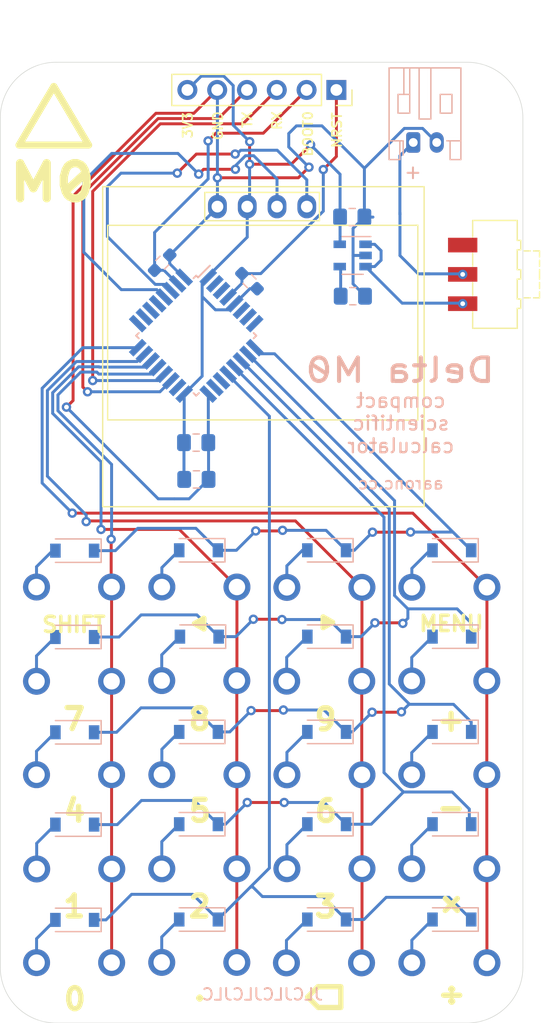
<source format=kicad_pcb>
(kicad_pcb (version 20171130) (host pcbnew 5.1.7)

  (general
    (thickness 1.6)
    (drawings 47)
    (tracks 393)
    (zones 0)
    (modules 52)
    (nets 54)
  )

  (page A4)
  (layers
    (0 F.Cu signal)
    (31 B.Cu signal)
    (32 B.Adhes user)
    (33 F.Adhes user)
    (34 B.Paste user)
    (35 F.Paste user)
    (36 B.SilkS user)
    (37 F.SilkS user)
    (38 B.Mask user)
    (39 F.Mask user)
    (40 Dwgs.User user)
    (41 Cmts.User user)
    (42 Eco1.User user)
    (43 Eco2.User user)
    (44 Edge.Cuts user)
    (45 Margin user)
    (46 B.CrtYd user)
    (47 F.CrtYd user)
    (48 B.Fab user)
    (49 F.Fab user)
  )

  (setup
    (last_trace_width 0.25)
    (trace_clearance 0.2)
    (zone_clearance 0.508)
    (zone_45_only no)
    (trace_min 0.2)
    (via_size 0.8)
    (via_drill 0.4)
    (via_min_size 0.4)
    (via_min_drill 0.3)
    (uvia_size 0.3)
    (uvia_drill 0.1)
    (uvias_allowed no)
    (uvia_min_size 0.2)
    (uvia_min_drill 0.1)
    (edge_width 0.05)
    (segment_width 0.2)
    (pcb_text_width 0.3)
    (pcb_text_size 1.5 1.5)
    (mod_edge_width 0.12)
    (mod_text_size 1 1)
    (mod_text_width 0.15)
    (pad_size 1.524 1.524)
    (pad_drill 0.762)
    (pad_to_mask_clearance 0)
    (aux_axis_origin 0 0)
    (visible_elements FFFFFF7F)
    (pcbplotparams
      (layerselection 0x010fc_ffffffff)
      (usegerberextensions false)
      (usegerberattributes true)
      (usegerberadvancedattributes true)
      (creategerberjobfile true)
      (excludeedgelayer true)
      (linewidth 0.100000)
      (plotframeref false)
      (viasonmask false)
      (mode 1)
      (useauxorigin false)
      (hpglpennumber 1)
      (hpglpenspeed 20)
      (hpglpendiameter 15.000000)
      (psnegative false)
      (psa4output false)
      (plotreference true)
      (plotvalue true)
      (plotinvisibletext false)
      (padsonsilk false)
      (subtractmaskfromsilk false)
      (outputformat 1)
      (mirror false)
      (drillshape 0)
      (scaleselection 1)
      (outputdirectory "gerbers"))
  )

  (net 0 "")
  (net 1 3V3)
  (net 2 GND)
  (net 3 SCL)
  (net 4 SDA)
  (net 5 "Net-(C1-Pad1)")
  (net 6 "Net-(D1-Pad2)")
  (net 7 ROW0)
  (net 8 "Net-(D2-Pad2)")
  (net 9 ROW1)
  (net 10 "Net-(D3-Pad2)")
  (net 11 ROW2)
  (net 12 "Net-(D4-Pad2)")
  (net 13 ROW3)
  (net 14 "Net-(D5-Pad2)")
  (net 15 ROW4)
  (net 16 "Net-(D6-Pad2)")
  (net 17 "Net-(D7-Pad2)")
  (net 18 "Net-(D8-Pad2)")
  (net 19 "Net-(D9-Pad2)")
  (net 20 "Net-(D10-Pad2)")
  (net 21 "Net-(D11-Pad2)")
  (net 22 "Net-(D12-Pad2)")
  (net 23 "Net-(D13-Pad2)")
  (net 24 "Net-(D14-Pad2)")
  (net 25 "Net-(D15-Pad2)")
  (net 26 "Net-(D16-Pad2)")
  (net 27 "Net-(D17-Pad2)")
  (net 28 "Net-(D18-Pad2)")
  (net 29 "Net-(D19-Pad2)")
  (net 30 "Net-(D20-Pad2)")
  (net 31 TX)
  (net 32 RX)
  (net 33 BOOT0)
  (net 34 NRST)
  (net 35 VIN)
  (net 36 COL0)
  (net 37 COL1)
  (net 38 COL2)
  (net 39 COL3)
  (net 40 "Net-(U1-Pad28)")
  (net 41 "Net-(U1-Pad27)")
  (net 42 "Net-(U1-Pad26)")
  (net 43 "Net-(U1-Pad25)")
  (net 44 "Net-(U1-Pad18)")
  (net 45 "Net-(U1-Pad15)")
  (net 46 "Net-(U1-Pad14)")
  (net 47 "Net-(U1-Pad8)")
  (net 48 "Net-(U1-Pad7)")
  (net 49 "Net-(U1-Pad6)")
  (net 50 "Net-(U1-Pad3)")
  (net 51 "Net-(U1-Pad2)")
  (net 52 "Net-(SW1-Pad3)")
  (net 53 "Net-(J1-Pad1)")

  (net_class Default "This is the default net class."
    (clearance 0.2)
    (trace_width 0.25)
    (via_dia 0.8)
    (via_drill 0.4)
    (uvia_dia 0.3)
    (uvia_drill 0.1)
    (add_net 3V3)
    (add_net BOOT0)
    (add_net COL0)
    (add_net COL1)
    (add_net COL2)
    (add_net COL3)
    (add_net GND)
    (add_net NRST)
    (add_net "Net-(C1-Pad1)")
    (add_net "Net-(D1-Pad2)")
    (add_net "Net-(D10-Pad2)")
    (add_net "Net-(D11-Pad2)")
    (add_net "Net-(D12-Pad2)")
    (add_net "Net-(D13-Pad2)")
    (add_net "Net-(D14-Pad2)")
    (add_net "Net-(D15-Pad2)")
    (add_net "Net-(D16-Pad2)")
    (add_net "Net-(D17-Pad2)")
    (add_net "Net-(D18-Pad2)")
    (add_net "Net-(D19-Pad2)")
    (add_net "Net-(D2-Pad2)")
    (add_net "Net-(D20-Pad2)")
    (add_net "Net-(D3-Pad2)")
    (add_net "Net-(D4-Pad2)")
    (add_net "Net-(D5-Pad2)")
    (add_net "Net-(D6-Pad2)")
    (add_net "Net-(D7-Pad2)")
    (add_net "Net-(D8-Pad2)")
    (add_net "Net-(D9-Pad2)")
    (add_net "Net-(J1-Pad1)")
    (add_net "Net-(SW1-Pad3)")
    (add_net "Net-(U1-Pad14)")
    (add_net "Net-(U1-Pad15)")
    (add_net "Net-(U1-Pad18)")
    (add_net "Net-(U1-Pad2)")
    (add_net "Net-(U1-Pad25)")
    (add_net "Net-(U1-Pad26)")
    (add_net "Net-(U1-Pad27)")
    (add_net "Net-(U1-Pad28)")
    (add_net "Net-(U1-Pad3)")
    (add_net "Net-(U1-Pad6)")
    (add_net "Net-(U1-Pad7)")
    (add_net "Net-(U1-Pad8)")
    (add_net ROW0)
    (add_net ROW1)
    (add_net ROW2)
    (add_net ROW3)
    (add_net ROW4)
    (add_net RX)
    (add_net SCL)
    (add_net SDA)
    (add_net TX)
    (add_net VIN)
  )

  (module SSD1306:128x64OLED (layer F.Cu) (tedit 5CF23EAC) (tstamp 5FC7E2C5)
    (at 123.96 83.9)
    (path /5FCB4EDC)
    (fp_text reference Brd1 (at 0 0.254) (layer F.SilkS) hide
      (effects (font (size 1 1) (thickness 0.15)))
    )
    (fp_text value SSD1306 (at -7.747 -7.62) (layer F.Fab)
      (effects (font (size 1 1) (thickness 0.15)))
    )
    (fp_line (start 13.462 -9.017) (end 13.208 -9.005) (layer F.SilkS) (width 0.12))
    (fp_line (start 13.462 7.62) (end 13.462 -9.017) (layer F.SilkS) (width 0.12))
    (fp_line (start 10.122 7.595) (end 13.462 7.62) (layer F.SilkS) (width 0.12))
    (fp_line (start 10.122 -9.005) (end 13.208 -9.005) (layer F.SilkS) (width 0.12))
    (fp_line (start -4.699 -11.811) (end -4.699 -9.398) (layer F.SilkS) (width 0.12))
    (fp_line (start 5.08 -9.398) (end -4.699 -9.398) (layer F.SilkS) (width 0.12))
    (fp_line (start 5.08 -11.811) (end 5.08 -9.398) (layer F.SilkS) (width 0.12))
    (fp_line (start -4.699 -11.811) (end 5.08 -11.811) (layer F.SilkS) (width 0.12))
    (fp_line (start -12.978 -9.005) (end 10.122 -9.005) (layer F.SilkS) (width 0.12))
    (fp_line (start -12.978 7.595) (end -12.978 -9.005) (layer F.SilkS) (width 0.12))
    (fp_line (start 10.122 7.595) (end -12.978 7.595) (layer F.SilkS) (width 0.12))
    (fp_line (start -13.4 15) (end -13.4 -12.3) (layer F.SilkS) (width 0.12))
    (fp_line (start 14 15) (end -13.4 15) (layer F.SilkS) (width 0.12))
    (fp_line (start 14 -12.3) (end 14 15) (layer F.SilkS) (width 0.12))
    (fp_line (start -13.4 -12.3) (end 14 -12.3) (layer F.SilkS) (width 0.12))
    (pad 2 thru_hole oval (at -1.08 -10.6 90) (size 2 1.6) (drill 1) (layers *.Cu *.Mask)
      (net 1 3V3))
    (pad 1 thru_hole oval (at -3.62 -10.6 90) (size 2 1.6) (drill 1) (layers *.Cu *.Mask)
      (net 2 GND))
    (pad 3 thru_hole oval (at 1.46 -10.6 90) (size 2 1.6) (drill 1) (layers *.Cu *.Mask)
      (net 3 SCL))
    (pad 4 thru_hole oval (at 4 -10.6 90) (size 2 1.6) (drill 1) (layers *.Cu *.Mask)
      (net 4 SDA))
  )

  (module Package_TO_SOT_SMD:SOT-23-5 (layer B.Cu) (tedit 5A02FF57) (tstamp 5FC779D5)
    (at 131.86664 77.46492 180)
    (descr "5-pin SOT23 package")
    (tags SOT-23-5)
    (path /5FC5A98B)
    (attr smd)
    (fp_text reference U2 (at 0 2.9 180) (layer B.SilkS) hide
      (effects (font (size 1 1) (thickness 0.15)) (justify mirror))
    )
    (fp_text value MIC5219-2.5YM5 (at 0 -2.9 180) (layer B.Fab)
      (effects (font (size 1 1) (thickness 0.15)) (justify mirror))
    )
    (fp_line (start -0.9 -1.61) (end 0.9 -1.61) (layer B.SilkS) (width 0.12))
    (fp_line (start 0.9 1.61) (end -1.55 1.61) (layer B.SilkS) (width 0.12))
    (fp_line (start -1.9 1.8) (end 1.9 1.8) (layer B.CrtYd) (width 0.05))
    (fp_line (start 1.9 1.8) (end 1.9 -1.8) (layer B.CrtYd) (width 0.05))
    (fp_line (start 1.9 -1.8) (end -1.9 -1.8) (layer B.CrtYd) (width 0.05))
    (fp_line (start -1.9 -1.8) (end -1.9 1.8) (layer B.CrtYd) (width 0.05))
    (fp_line (start -0.9 0.9) (end -0.25 1.55) (layer B.Fab) (width 0.1))
    (fp_line (start 0.9 1.55) (end -0.25 1.55) (layer B.Fab) (width 0.1))
    (fp_line (start -0.9 0.9) (end -0.9 -1.55) (layer B.Fab) (width 0.1))
    (fp_line (start 0.9 -1.55) (end -0.9 -1.55) (layer B.Fab) (width 0.1))
    (fp_line (start 0.9 1.55) (end 0.9 -1.55) (layer B.Fab) (width 0.1))
    (fp_text user %R (at 0 0 90) (layer B.Fab)
      (effects (font (size 0.5 0.5) (thickness 0.075)) (justify mirror))
    )
    (pad 5 smd rect (at 1.1 0.95 180) (size 1.06 0.65) (layers B.Cu B.Paste B.Mask)
      (net 1 3V3))
    (pad 4 smd rect (at 1.1 -0.95 180) (size 1.06 0.65) (layers B.Cu B.Paste B.Mask)
      (net 5 "Net-(C1-Pad1)"))
    (pad 3 smd rect (at -1.1 -0.95 180) (size 1.06 0.65) (layers B.Cu B.Paste B.Mask)
      (net 35 VIN))
    (pad 2 smd rect (at -1.1 0 180) (size 1.06 0.65) (layers B.Cu B.Paste B.Mask)
      (net 2 GND))
    (pad 1 smd rect (at -1.1 0.95 180) (size 1.06 0.65) (layers B.Cu B.Paste B.Mask)
      (net 35 VIN))
    (model ${KISYS3DMOD}/Package_TO_SOT_SMD.3dshapes/SOT-23-5.wrl
      (at (xyz 0 0 0))
      (scale (xyz 1 1 1))
      (rotate (xyz 0 0 0))
    )
  )

  (module Package_QFP:TQFP-32_7x7mm_P0.8mm (layer B.Cu) (tedit 5A02F146) (tstamp 5FC77B25)
    (at 118.53164 84.30768 225)
    (descr "32-Lead Plastic Thin Quad Flatpack (PT) - 7x7x1.0 mm Body, 2.00 mm [TQFP] (see Microchip Packaging Specification 00000049BS.pdf)")
    (tags "QFP 0.8")
    (path /5FC6B30B)
    (attr smd)
    (fp_text reference U1 (at 0 6.05 45) (layer B.SilkS) hide
      (effects (font (size 1 1) (thickness 0.15)) (justify mirror))
    )
    (fp_text value STM32F031K6T6 (at 0 -6.05 45) (layer B.Fab)
      (effects (font (size 1 1) (thickness 0.15)) (justify mirror))
    )
    (fp_line (start -2.5 3.5) (end 3.5 3.5) (layer B.Fab) (width 0.15))
    (fp_line (start 3.5 3.5) (end 3.5 -3.5) (layer B.Fab) (width 0.15))
    (fp_line (start 3.5 -3.5) (end -3.5 -3.5) (layer B.Fab) (width 0.15))
    (fp_line (start -3.5 -3.5) (end -3.5 2.5) (layer B.Fab) (width 0.15))
    (fp_line (start -3.5 2.5) (end -2.5 3.5) (layer B.Fab) (width 0.15))
    (fp_line (start -5.3 5.3) (end -5.3 -5.3) (layer B.CrtYd) (width 0.05))
    (fp_line (start 5.3 5.3) (end 5.3 -5.3) (layer B.CrtYd) (width 0.05))
    (fp_line (start -5.3 5.3) (end 5.3 5.3) (layer B.CrtYd) (width 0.05))
    (fp_line (start -5.3 -5.3) (end 5.3 -5.3) (layer B.CrtYd) (width 0.05))
    (fp_line (start -3.625 3.625) (end -3.625 3.4) (layer B.SilkS) (width 0.15))
    (fp_line (start 3.625 3.625) (end 3.625 3.3) (layer B.SilkS) (width 0.15))
    (fp_line (start 3.625 -3.625) (end 3.625 -3.3) (layer B.SilkS) (width 0.15))
    (fp_line (start -3.625 -3.625) (end -3.625 -3.3) (layer B.SilkS) (width 0.15))
    (fp_line (start -3.625 3.625) (end -3.3 3.625) (layer B.SilkS) (width 0.15))
    (fp_line (start -3.625 -3.625) (end -3.3 -3.625) (layer B.SilkS) (width 0.15))
    (fp_line (start 3.625 -3.625) (end 3.3 -3.625) (layer B.SilkS) (width 0.15))
    (fp_line (start 3.625 3.625) (end 3.3 3.625) (layer B.SilkS) (width 0.15))
    (fp_line (start -3.625 3.4) (end -5.05 3.4) (layer B.SilkS) (width 0.15))
    (fp_text user %R (at 0 0 45) (layer B.Fab) hide
      (effects (font (size 1 1) (thickness 0.15)) (justify mirror))
    )
    (pad 32 smd rect (at -2.8 4.25 135) (size 1.6 0.55) (layers B.Cu B.Paste B.Mask)
      (net 2 GND))
    (pad 31 smd rect (at -2 4.25 135) (size 1.6 0.55) (layers B.Cu B.Paste B.Mask)
      (net 33 BOOT0))
    (pad 30 smd rect (at -1.2 4.25 135) (size 1.6 0.55) (layers B.Cu B.Paste B.Mask)
      (net 4 SDA))
    (pad 29 smd rect (at -0.4 4.25 135) (size 1.6 0.55) (layers B.Cu B.Paste B.Mask)
      (net 3 SCL))
    (pad 28 smd rect (at 0.4 4.25 135) (size 1.6 0.55) (layers B.Cu B.Paste B.Mask)
      (net 40 "Net-(U1-Pad28)"))
    (pad 27 smd rect (at 1.2 4.25 135) (size 1.6 0.55) (layers B.Cu B.Paste B.Mask)
      (net 41 "Net-(U1-Pad27)"))
    (pad 26 smd rect (at 2 4.25 135) (size 1.6 0.55) (layers B.Cu B.Paste B.Mask)
      (net 42 "Net-(U1-Pad26)"))
    (pad 25 smd rect (at 2.8 4.25 135) (size 1.6 0.55) (layers B.Cu B.Paste B.Mask)
      (net 43 "Net-(U1-Pad25)"))
    (pad 24 smd rect (at 4.25 2.8 225) (size 1.6 0.55) (layers B.Cu B.Paste B.Mask)
      (net 39 COL3))
    (pad 23 smd rect (at 4.25 2 225) (size 1.6 0.55) (layers B.Cu B.Paste B.Mask)
      (net 38 COL2))
    (pad 22 smd rect (at 4.25 1.2 225) (size 1.6 0.55) (layers B.Cu B.Paste B.Mask)
      (net 37 COL1))
    (pad 21 smd rect (at 4.25 0.4 225) (size 1.6 0.55) (layers B.Cu B.Paste B.Mask)
      (net 36 COL0))
    (pad 20 smd rect (at 4.25 -0.4 225) (size 1.6 0.55) (layers B.Cu B.Paste B.Mask)
      (net 32 RX))
    (pad 19 smd rect (at 4.25 -1.2 225) (size 1.6 0.55) (layers B.Cu B.Paste B.Mask)
      (net 31 TX))
    (pad 18 smd rect (at 4.25 -2 225) (size 1.6 0.55) (layers B.Cu B.Paste B.Mask)
      (net 44 "Net-(U1-Pad18)"))
    (pad 17 smd rect (at 4.25 -2.8 225) (size 1.6 0.55) (layers B.Cu B.Paste B.Mask)
      (net 1 3V3))
    (pad 16 smd rect (at 2.8 -4.25 135) (size 1.6 0.55) (layers B.Cu B.Paste B.Mask)
      (net 2 GND))
    (pad 15 smd rect (at 2 -4.25 135) (size 1.6 0.55) (layers B.Cu B.Paste B.Mask)
      (net 45 "Net-(U1-Pad15)"))
    (pad 14 smd rect (at 1.2 -4.25 135) (size 1.6 0.55) (layers B.Cu B.Paste B.Mask)
      (net 46 "Net-(U1-Pad14)"))
    (pad 13 smd rect (at 0.4 -4.25 135) (size 1.6 0.55) (layers B.Cu B.Paste B.Mask)
      (net 15 ROW4))
    (pad 12 smd rect (at -0.4 -4.25 135) (size 1.6 0.55) (layers B.Cu B.Paste B.Mask)
      (net 13 ROW3))
    (pad 11 smd rect (at -1.2 -4.25 135) (size 1.6 0.55) (layers B.Cu B.Paste B.Mask)
      (net 11 ROW2))
    (pad 10 smd rect (at -2 -4.25 135) (size 1.6 0.55) (layers B.Cu B.Paste B.Mask)
      (net 9 ROW1))
    (pad 9 smd rect (at -2.8 -4.25 135) (size 1.6 0.55) (layers B.Cu B.Paste B.Mask)
      (net 7 ROW0))
    (pad 8 smd rect (at -4.25 -2.8 225) (size 1.6 0.55) (layers B.Cu B.Paste B.Mask)
      (net 47 "Net-(U1-Pad8)"))
    (pad 7 smd rect (at -4.25 -2 225) (size 1.6 0.55) (layers B.Cu B.Paste B.Mask)
      (net 48 "Net-(U1-Pad7)"))
    (pad 6 smd rect (at -4.25 -1.2 225) (size 1.6 0.55) (layers B.Cu B.Paste B.Mask)
      (net 49 "Net-(U1-Pad6)"))
    (pad 5 smd rect (at -4.25 -0.4 225) (size 1.6 0.55) (layers B.Cu B.Paste B.Mask)
      (net 1 3V3))
    (pad 4 smd rect (at -4.25 0.4 225) (size 1.6 0.55) (layers B.Cu B.Paste B.Mask)
      (net 34 NRST))
    (pad 3 smd rect (at -4.25 1.2 225) (size 1.6 0.55) (layers B.Cu B.Paste B.Mask)
      (net 50 "Net-(U1-Pad3)"))
    (pad 2 smd rect (at -4.25 2 225) (size 1.6 0.55) (layers B.Cu B.Paste B.Mask)
      (net 51 "Net-(U1-Pad2)"))
    (pad 1 smd rect (at -4.25 2.8 225) (size 1.6 0.55) (layers B.Cu B.Paste B.Mask)
      (net 1 3V3))
    (model ${KISYS3DMOD}/Package_QFP.3dshapes/TQFP-32_7x7mm_P0.8mm.wrl
      (at (xyz 0 0 0))
      (scale (xyz 1 1 1))
      (rotate (xyz 0 0 0))
    )
  )

  (module pts636:PTS636 (layer F.Cu) (tedit 5FC6C5C3) (tstamp 5FC76215)
    (at 140.1893 137.8)
    (path /5FDB1C1E)
    (fp_text reference SW21 (at 0 0) (layer F.SilkS) hide
      (effects (font (size 0.9 0.9) (thickness 0.15)))
    )
    (fp_text value SW_Push (at -0.05 -1.7) (layer F.Fab) hide
      (effects (font (size 1 1) (thickness 0.15)))
    )
    (pad 1 thru_hole circle (at -3.275 0) (size 2.3 2.3) (drill 1.4) (layers *.Cu *.Mask)
      (net 30 "Net-(D20-Pad2)"))
    (pad 2 thru_hole circle (at 3.125 0) (size 2.3 2.3) (drill 1.4) (layers *.Cu *.Mask)
      (net 39 COL3))
  )

  (module pts636:PTS636 (layer F.Cu) (tedit 5FC6C5C3) (tstamp 5FC75FB1)
    (at 140.1793 129.78)
    (path /5FDB1BF6)
    (fp_text reference SW20 (at 0 0) (layer F.SilkS) hide
      (effects (font (size 0.9 0.9) (thickness 0.15)))
    )
    (fp_text value SW_Push (at -0.05 -1.7) (layer F.Fab) hide
      (effects (font (size 1 1) (thickness 0.15)))
    )
    (pad 1 thru_hole circle (at -3.275 0) (size 2.3 2.3) (drill 1.4) (layers *.Cu *.Mask)
      (net 29 "Net-(D19-Pad2)"))
    (pad 2 thru_hole circle (at 3.125 0) (size 2.3 2.3) (drill 1.4) (layers *.Cu *.Mask)
      (net 39 COL3))
  )

  (module pts636:PTS636 (layer F.Cu) (tedit 5FC6C5C3) (tstamp 5FC763F5)
    (at 140.1793 121.76)
    (path /5FDB1BCE)
    (fp_text reference SW19 (at 0 0) (layer F.SilkS) hide
      (effects (font (size 0.9 0.9) (thickness 0.15)))
    )
    (fp_text value SW_Push (at -0.05 -1.7) (layer F.Fab) hide
      (effects (font (size 1 1) (thickness 0.15)))
    )
    (pad 1 thru_hole circle (at -3.275 0) (size 2.3 2.3) (drill 1.4) (layers *.Cu *.Mask)
      (net 28 "Net-(D18-Pad2)"))
    (pad 2 thru_hole circle (at 3.125 0) (size 2.3 2.3) (drill 1.4) (layers *.Cu *.Mask)
      (net 39 COL3))
  )

  (module pts636:PTS636 (layer F.Cu) (tedit 5FC6C5C3) (tstamp 5FC7619D)
    (at 140.1793 113.76)
    (path /5FDB1BA6)
    (fp_text reference SW18 (at 0 0) (layer F.SilkS) hide
      (effects (font (size 0.9 0.9) (thickness 0.15)))
    )
    (fp_text value SW_Push (at -0.05 -1.7) (layer F.Fab) hide
      (effects (font (size 1 1) (thickness 0.15)))
    )
    (pad 1 thru_hole circle (at -3.275 0) (size 2.3 2.3) (drill 1.4) (layers *.Cu *.Mask)
      (net 27 "Net-(D17-Pad2)"))
    (pad 2 thru_hole circle (at 3.125 0) (size 2.3 2.3) (drill 1.4) (layers *.Cu *.Mask)
      (net 39 COL3))
  )

  (module pts636:PTS636 (layer F.Cu) (tedit 5FC6C5C3) (tstamp 5FC76323)
    (at 140.1893 105.77)
    (path /5FDB1B7E)
    (fp_text reference SW17 (at 0 0) (layer F.SilkS) hide
      (effects (font (size 0.9 0.9) (thickness 0.15)))
    )
    (fp_text value SW_Push (at -0.05 -1.7) (layer F.Fab) hide
      (effects (font (size 1 1) (thickness 0.15)))
    )
    (pad 1 thru_hole circle (at -3.275 0) (size 2.3 2.3) (drill 1.4) (layers *.Cu *.Mask)
      (net 26 "Net-(D16-Pad2)"))
    (pad 2 thru_hole circle (at 3.125 0) (size 2.3 2.3) (drill 1.4) (layers *.Cu *.Mask)
      (net 39 COL3))
  )

  (module pts636:PTS636 (layer F.Cu) (tedit 5FC6C5C3) (tstamp 5FC75FA2)
    (at 129.4993 137.81)
    (path /5FDB1C0A)
    (fp_text reference SW16 (at 0 0) (layer F.SilkS) hide
      (effects (font (size 0.9 0.9) (thickness 0.15)))
    )
    (fp_text value SW_Push (at -0.05 -1.7) (layer F.Fab) hide
      (effects (font (size 1 1) (thickness 0.15)))
    )
    (pad 1 thru_hole circle (at -3.275 0) (size 2.3 2.3) (drill 1.4) (layers *.Cu *.Mask)
      (net 25 "Net-(D15-Pad2)"))
    (pad 2 thru_hole circle (at 3.125 0) (size 2.3 2.3) (drill 1.4) (layers *.Cu *.Mask)
      (net 38 COL2))
  )

  (module pts636:PTS636 (layer F.Cu) (tedit 5FC6C5C3) (tstamp 5FC76017)
    (at 129.5393 129.78)
    (path /5FDB1BE2)
    (fp_text reference SW15 (at 0 0) (layer F.SilkS) hide
      (effects (font (size 0.9 0.9) (thickness 0.15)))
    )
    (fp_text value SW_Push (at -0.05 -1.7) (layer F.Fab) hide
      (effects (font (size 1 1) (thickness 0.15)))
    )
    (pad 1 thru_hole circle (at -3.275 0) (size 2.3 2.3) (drill 1.4) (layers *.Cu *.Mask)
      (net 24 "Net-(D14-Pad2)"))
    (pad 2 thru_hole circle (at 3.125 0) (size 2.3 2.3) (drill 1.4) (layers *.Cu *.Mask)
      (net 38 COL2))
  )

  (module pts636:PTS636 (layer F.Cu) (tedit 5FC6C5C3) (tstamp 5FC76332)
    (at 129.5393 121.77)
    (path /5FDB1BBA)
    (fp_text reference SW14 (at 0 0) (layer F.SilkS) hide
      (effects (font (size 0.9 0.9) (thickness 0.15)))
    )
    (fp_text value SW_Push (at -0.05 -1.7) (layer F.Fab) hide
      (effects (font (size 1 1) (thickness 0.15)))
    )
    (pad 1 thru_hole circle (at -3.275 0) (size 2.3 2.3) (drill 1.4) (layers *.Cu *.Mask)
      (net 23 "Net-(D13-Pad2)"))
    (pad 2 thru_hole circle (at 3.125 0) (size 2.3 2.3) (drill 1.4) (layers *.Cu *.Mask)
      (net 38 COL2))
  )

  (module pts636:PTS636 (layer F.Cu) (tedit 5FC6C5C3) (tstamp 5FC76278)
    (at 129.5193 113.78)
    (path /5FDB1B92)
    (fp_text reference SW13 (at 0 0) (layer F.SilkS) hide
      (effects (font (size 0.9 0.9) (thickness 0.15)))
    )
    (fp_text value SW_Push (at -0.05 -1.7) (layer F.Fab) hide
      (effects (font (size 1 1) (thickness 0.15)))
    )
    (pad 1 thru_hole circle (at -3.275 0) (size 2.3 2.3) (drill 1.4) (layers *.Cu *.Mask)
      (net 22 "Net-(D12-Pad2)"))
    (pad 2 thru_hole circle (at 3.125 0) (size 2.3 2.3) (drill 1.4) (layers *.Cu *.Mask)
      (net 38 COL2))
  )

  (module pts636:PTS636 (layer F.Cu) (tedit 5FC6C5C3) (tstamp 5FC761B8)
    (at 129.5343 105.78)
    (path /5FDB1B6A)
    (fp_text reference SW12 (at 0 0) (layer F.SilkS) hide
      (effects (font (size 0.9 0.9) (thickness 0.15)))
    )
    (fp_text value SW_Push (at -0.05 -1.7) (layer F.Fab) hide
      (effects (font (size 1 1) (thickness 0.15)))
    )
    (pad 1 thru_hole circle (at -3.275 0) (size 2.3 2.3) (drill 1.4) (layers *.Cu *.Mask)
      (net 21 "Net-(D11-Pad2)"))
    (pad 2 thru_hole circle (at 3.125 0) (size 2.3 2.3) (drill 1.4) (layers *.Cu *.Mask)
      (net 38 COL2))
  )

  (module pts636:PTS636 (layer F.Cu) (tedit 5FC6C5C3) (tstamp 5FC75EA6)
    (at 118.8693 137.77)
    (path /5FD9A2B0)
    (fp_text reference SW11 (at 0 0) (layer F.SilkS) hide
      (effects (font (size 0.9 0.9) (thickness 0.15)))
    )
    (fp_text value SW_Push (at -0.05 -1.7) (layer F.Fab) hide
      (effects (font (size 1 1) (thickness 0.15)))
    )
    (pad 1 thru_hole circle (at -3.275 0) (size 2.3 2.3) (drill 1.4) (layers *.Cu *.Mask)
      (net 20 "Net-(D10-Pad2)"))
    (pad 2 thru_hole circle (at 3.125 0) (size 2.3 2.3) (drill 1.4) (layers *.Cu *.Mask)
      (net 37 COL1))
  )

  (module pts636:PTS636 (layer F.Cu) (tedit 5FC6C5C3) (tstamp 5FC76452)
    (at 118.8743 129.79)
    (path /5FD247EE)
    (fp_text reference SW10 (at 0 0) (layer F.SilkS) hide
      (effects (font (size 0.9 0.9) (thickness 0.15)))
    )
    (fp_text value SW_Push (at -0.05 -1.7) (layer F.Fab) hide
      (effects (font (size 1 1) (thickness 0.15)))
    )
    (pad 1 thru_hole circle (at -3.275 0) (size 2.3 2.3) (drill 1.4) (layers *.Cu *.Mask)
      (net 19 "Net-(D9-Pad2)"))
    (pad 2 thru_hole circle (at 3.125 0) (size 2.3 2.3) (drill 1.4) (layers *.Cu *.Mask)
      (net 37 COL1))
  )

  (module pts636:PTS636 (layer F.Cu) (tedit 5FC6C5C3) (tstamp 5FC75E97)
    (at 118.8793 121.76)
    (path /5FD247C6)
    (fp_text reference SW9 (at 0 0) (layer F.SilkS) hide
      (effects (font (size 0.9 0.9) (thickness 0.15)))
    )
    (fp_text value SW_Push (at -0.05 -1.7) (layer F.Fab) hide
      (effects (font (size 1 1) (thickness 0.15)))
    )
    (pad 1 thru_hole circle (at -3.275 0) (size 2.3 2.3) (drill 1.4) (layers *.Cu *.Mask)
      (net 18 "Net-(D8-Pad2)"))
    (pad 2 thru_hole circle (at 3.125 0) (size 2.3 2.3) (drill 1.4) (layers *.Cu *.Mask)
      (net 37 COL1))
  )

  (module pts636:PTS636 (layer F.Cu) (tedit 5FC6C5C3) (tstamp 5FC75E88)
    (at 118.8693 113.73)
    (path /5FD19A35)
    (fp_text reference SW8 (at 0 0) (layer F.SilkS) hide
      (effects (font (size 0.9 0.9) (thickness 0.15)))
    )
    (fp_text value SW_Push (at -0.05 -1.7) (layer F.Fab) hide
      (effects (font (size 1 1) (thickness 0.15)))
    )
    (pad 1 thru_hole circle (at -3.275 0) (size 2.3 2.3) (drill 1.4) (layers *.Cu *.Mask)
      (net 17 "Net-(D7-Pad2)"))
    (pad 2 thru_hole circle (at 3.125 0) (size 2.3 2.3) (drill 1.4) (layers *.Cu *.Mask)
      (net 37 COL1))
  )

  (module pts636:PTS636 (layer F.Cu) (tedit 5FC6C5C3) (tstamp 5FC75E79)
    (at 118.8793 105.75)
    (path /5FD128F8)
    (fp_text reference SW7 (at 0 0) (layer F.SilkS) hide
      (effects (font (size 0.9 0.9) (thickness 0.15)))
    )
    (fp_text value SW_Push (at -0.05 -1.7) (layer F.Fab) hide
      (effects (font (size 1 1) (thickness 0.15)))
    )
    (pad 1 thru_hole circle (at -3.275 0) (size 2.3 2.3) (drill 1.4) (layers *.Cu *.Mask)
      (net 16 "Net-(D6-Pad2)"))
    (pad 2 thru_hole circle (at 3.125 0) (size 2.3 2.3) (drill 1.4) (layers *.Cu *.Mask)
      (net 37 COL1))
  )

  (module pts636:PTS636 (layer F.Cu) (tedit 5FC6C5C3) (tstamp 5FC7618E)
    (at 108.1993 137.79)
    (path /5FD9A29C)
    (fp_text reference SW6 (at 0 0) (layer F.SilkS) hide
      (effects (font (size 0.9 0.9) (thickness 0.15)))
    )
    (fp_text value SW_Push (at -0.05 -1.7) (layer F.Fab) hide
      (effects (font (size 1 1) (thickness 0.15)))
    )
    (pad 1 thru_hole circle (at -3.275 0) (size 2.3 2.3) (drill 1.4) (layers *.Cu *.Mask)
      (net 14 "Net-(D5-Pad2)"))
    (pad 2 thru_hole circle (at 3.125 0) (size 2.3 2.3) (drill 1.4) (layers *.Cu *.Mask)
      (net 36 COL0))
  )

  (module pts636:PTS636 (layer F.Cu) (tedit 5FC6C5C3) (tstamp 5FC75F93)
    (at 108.2093 129.8)
    (path /5FD247DA)
    (fp_text reference SW5 (at 0 0) (layer F.SilkS) hide
      (effects (font (size 0.9 0.9) (thickness 0.15)))
    )
    (fp_text value SW_Push (at -0.05 -1.7) (layer F.Fab) hide
      (effects (font (size 1 1) (thickness 0.15)))
    )
    (pad 1 thru_hole circle (at -3.275 0) (size 2.3 2.3) (drill 1.4) (layers *.Cu *.Mask)
      (net 12 "Net-(D4-Pad2)"))
    (pad 2 thru_hole circle (at 3.125 0) (size 2.3 2.3) (drill 1.4) (layers *.Cu *.Mask)
      (net 36 COL0))
  )

  (module pts636:PTS636 (layer F.Cu) (tedit 5FC6C5C3) (tstamp 5FC86FFD)
    (at 108.1943 121.76)
    (path /5FD247B2)
    (fp_text reference SW4 (at 0 0) (layer F.SilkS) hide
      (effects (font (size 0.9 0.9) (thickness 0.15)))
    )
    (fp_text value SW_Push (at -0.05 -1.7) (layer F.Fab) hide
      (effects (font (size 1 1) (thickness 0.15)))
    )
    (pad 1 thru_hole circle (at -3.275 0) (size 2.3 2.3) (drill 1.4) (layers *.Cu *.Mask)
      (net 10 "Net-(D3-Pad2)"))
    (pad 2 thru_hole circle (at 3.125 0) (size 2.3 2.3) (drill 1.4) (layers *.Cu *.Mask)
      (net 36 COL0))
  )

  (module pts636:PTS636 (layer F.Cu) (tedit 5FC6C5C3) (tstamp 5FC763E6)
    (at 108.1943 113.79)
    (path /5FD19A21)
    (fp_text reference SW3 (at 0 0) (layer F.SilkS) hide
      (effects (font (size 0.9 0.9) (thickness 0.15)))
    )
    (fp_text value SW_Push (at -0.05 -1.7) (layer F.Fab) hide
      (effects (font (size 1 1) (thickness 0.15)))
    )
    (pad 1 thru_hole circle (at -3.275 0) (size 2.3 2.3) (drill 1.4) (layers *.Cu *.Mask)
      (net 8 "Net-(D2-Pad2)"))
    (pad 2 thru_hole circle (at 3.125 0) (size 2.3 2.3) (drill 1.4) (layers *.Cu *.Mask)
      (net 36 COL0))
  )

  (module pts636:PTS636 (layer F.Cu) (tedit 5FC6C5C3) (tstamp 5FC76008)
    (at 108.1943 105.75)
    (path /5FD0CA9D)
    (fp_text reference SW2 (at 0 0) (layer F.SilkS) hide
      (effects (font (size 0.9 0.9) (thickness 0.15)))
    )
    (fp_text value SW_Push (at -0.05 -1.7) (layer F.Fab) hide
      (effects (font (size 1 1) (thickness 0.15)))
    )
    (pad 1 thru_hole circle (at -3.275 0) (size 2.3 2.3) (drill 1.4) (layers *.Cu *.Mask)
      (net 6 "Net-(D1-Pad2)"))
    (pad 2 thru_hole circle (at 3.125 0) (size 2.3 2.3) (drill 1.4) (layers *.Cu *.Mask)
      (net 36 COL0))
  )

  (module Button_Switch_SMD:SW_SPDT_CK-JS102011SAQN (layer F.Cu) (tedit 5A02FC95) (tstamp 5FC7F50F)
    (at 143.99768 79.08036 90)
    (descr "Sub-miniature slide switch, right-angle, http://www.ckswitches.com/media/1422/js.pdf")
    (tags "switch spdt")
    (path /5FC7CD6B)
    (attr smd)
    (fp_text reference SW1 (at 0 -4.8 90) (layer F.SilkS) hide
      (effects (font (size 1 1) (thickness 0.15)))
    )
    (fp_text value PowerSwitch (at 0 -2.9 90) (layer F.Fab)
      (effects (font (size 1 1) (thickness 0.15)))
    )
    (fp_line (start -4.5 -1.8) (end 4.5 -1.8) (layer F.Fab) (width 0.1))
    (fp_line (start 4.5 -1.8) (end 4.5 1.8) (layer F.Fab) (width 0.1))
    (fp_line (start 4.5 1.8) (end -4.4 1.8) (layer F.Fab) (width 0.1))
    (fp_line (start -4.4 1.8) (end -4.5 1.8) (layer F.Fab) (width 0.1))
    (fp_line (start -4.5 1.8) (end -4.5 1.8) (layer F.Fab) (width 0.1))
    (fp_line (start -4.5 -1.8) (end -4.5 1.8) (layer F.Fab) (width 0.1))
    (fp_line (start -4.5 1.8) (end -4.5 1.8) (layer F.Fab) (width 0.1))
    (fp_line (start -1.5 1.8) (end -1.5 1.8) (layer F.Fab) (width 0.1))
    (fp_line (start 3.2 -1.9) (end 4.6 -1.9) (layer F.SilkS) (width 0.12))
    (fp_line (start 4.6 -1.9) (end 4.6 1.9) (layer F.SilkS) (width 0.12))
    (fp_line (start -4.6 1.9) (end -4.6 -1.9) (layer F.SilkS) (width 0.12))
    (fp_line (start -4.6 -1.9) (end -3.2 -1.9) (layer F.SilkS) (width 0.12))
    (fp_line (start 1.8 -1.9) (end 0.7 -1.9) (layer F.SilkS) (width 0.12))
    (fp_line (start 0.7 -1.9) (end 0.7 -1.9) (layer F.SilkS) (width 0.12))
    (fp_line (start -0.7 -1.9) (end -1.8 -1.9) (layer F.SilkS) (width 0.12))
    (fp_line (start -1.8 -1.9) (end -1.8 -1.9) (layer F.SilkS) (width 0.12))
    (fp_line (start 0.3 1.8) (end 0.3 2.1) (layer F.Fab) (width 0.1))
    (fp_line (start 0.3 2.1) (end -0.3 2.1) (layer F.Fab) (width 0.1))
    (fp_line (start -0.3 2.1) (end -0.3 1.8) (layer F.Fab) (width 0.1))
    (fp_line (start -0.3 1.8) (end -0.3 1.8) (layer F.Fab) (width 0.1))
    (fp_line (start -2.2 1.8) (end -2.2 2.1) (layer F.Fab) (width 0.1))
    (fp_line (start -2.2 2.1) (end -2.8 2.1) (layer F.Fab) (width 0.1))
    (fp_line (start -2.8 2.1) (end -2.8 1.8) (layer F.Fab) (width 0.1))
    (fp_line (start -2.8 1.8) (end -2.8 1.8) (layer F.Fab) (width 0.1))
    (fp_line (start 2.2 1.8) (end 2.2 2.1) (layer F.Fab) (width 0.1))
    (fp_line (start 2.2 2.1) (end 2.8 2.1) (layer F.Fab) (width 0.1))
    (fp_line (start 2.8 2.1) (end 2.8 1.8) (layer F.Fab) (width 0.1))
    (fp_line (start 2.8 1.8) (end 2.8 1.8) (layer F.Fab) (width 0.1))
    (fp_line (start 4.6 1.9) (end 2.9 1.9) (layer F.SilkS) (width 0.12))
    (fp_line (start 2.9 1.9) (end 2.9 2.2) (layer F.SilkS) (width 0.12))
    (fp_line (start 2.9 2.2) (end 2.1 2.2) (layer F.SilkS) (width 0.12))
    (fp_line (start 2.1 2.2) (end 2.1 1.9) (layer F.SilkS) (width 0.12))
    (fp_line (start 2.1 1.9) (end 0.4 1.9) (layer F.SilkS) (width 0.12))
    (fp_line (start 0.4 1.9) (end 0.4 2.2) (layer F.SilkS) (width 0.12))
    (fp_line (start 0.4 2.2) (end -0.4 2.2) (layer F.SilkS) (width 0.12))
    (fp_line (start -0.4 2.2) (end -0.4 1.9) (layer F.SilkS) (width 0.12))
    (fp_line (start -0.4 1.9) (end -2.1 1.9) (layer F.SilkS) (width 0.12))
    (fp_line (start -2.1 1.9) (end -2.1 2.2) (layer F.SilkS) (width 0.12))
    (fp_line (start -2.1 2.2) (end -2.9 2.2) (layer F.SilkS) (width 0.12))
    (fp_line (start -2.9 2.2) (end -2.9 1.9) (layer F.SilkS) (width 0.12))
    (fp_line (start -2.9 1.9) (end -4.6 1.9) (layer F.SilkS) (width 0.12))
    (fp_line (start -4.6 1.9) (end -4.6 1.9) (layer F.SilkS) (width 0.12))
    (fp_line (start -0.5 1.8) (end -0.5 3.8) (layer F.Fab) (width 0.1))
    (fp_line (start -0.5 3.8) (end -2 3.8) (layer F.Fab) (width 0.1))
    (fp_line (start -2 3.8) (end -2 1.8) (layer F.Fab) (width 0.1))
    (fp_line (start -2 1.8) (end -2 1.8) (layer F.Fab) (width 0.1))
    (fp_line (start -5 -2.25) (end -5 2.25) (layer F.CrtYd) (width 0.05))
    (fp_line (start -5 2.25) (end -3.25 2.25) (layer F.CrtYd) (width 0.05))
    (fp_line (start -3.25 2.25) (end -3.25 2.75) (layer F.CrtYd) (width 0.05))
    (fp_line (start -3.25 2.75) (end -2.5 2.75) (layer F.CrtYd) (width 0.05))
    (fp_line (start -2.5 2.75) (end -2.5 4.25) (layer F.CrtYd) (width 0.05))
    (fp_line (start -2.5 4.25) (end 2.5 4.25) (layer F.CrtYd) (width 0.05))
    (fp_line (start 2.5 4.25) (end 2.5 2.5) (layer F.CrtYd) (width 0.05))
    (fp_line (start 2.5 2.5) (end 3.25 2.5) (layer F.CrtYd) (width 0.05))
    (fp_line (start 3.25 2.5) (end 3.25 2.25) (layer F.CrtYd) (width 0.05))
    (fp_line (start 3.25 2.25) (end 5 2.25) (layer F.CrtYd) (width 0.05))
    (fp_line (start 5 2.25) (end 5 -2.25) (layer F.CrtYd) (width 0.05))
    (fp_line (start 5 -2.25) (end 3.5 -2.25) (layer F.CrtYd) (width 0.05))
    (fp_line (start 3.5 -2.25) (end 3.5 -4.5) (layer F.CrtYd) (width 0.05))
    (fp_line (start 3.5 -4.5) (end -3.5 -4.5) (layer F.CrtYd) (width 0.05))
    (fp_line (start -3.5 -4.5) (end -3.5 -2.25) (layer F.CrtYd) (width 0.05))
    (fp_line (start -3.5 -2.25) (end -5 -2.25) (layer F.CrtYd) (width 0.05))
    (fp_line (start -5 -2.25) (end -5 -2.25) (layer F.CrtYd) (width 0.05))
    (fp_line (start -2 3.8) (end -2 3.3) (layer F.SilkS) (width 0.12))
    (fp_line (start -2 3.3) (end -2 3.3) (layer F.SilkS) (width 0.12))
    (fp_line (start -2 3.8) (end -1.5 3.8) (layer F.SilkS) (width 0.12))
    (fp_line (start -1.5 3.8) (end -1.5 3.8) (layer F.SilkS) (width 0.12))
    (fp_line (start 2 3.8) (end 1.5 3.8) (layer F.SilkS) (width 0.12))
    (fp_line (start 1.5 3.8) (end 1.5 3.8) (layer F.SilkS) (width 0.12))
    (fp_line (start 2 3.8) (end 2 3.3) (layer F.SilkS) (width 0.12))
    (fp_line (start 2 3.3) (end 2 3.3) (layer F.SilkS) (width 0.12))
    (fp_line (start 2 3) (end 2 2.5) (layer F.SilkS) (width 0.12))
    (fp_line (start 2 2.5) (end 2 2.5) (layer F.SilkS) (width 0.12))
    (fp_line (start -2 3) (end -2 2.5) (layer F.SilkS) (width 0.12))
    (fp_line (start -2 2.5) (end -2 2.5) (layer F.SilkS) (width 0.12))
    (fp_line (start -1.2 3.8) (end -0.7 3.8) (layer F.SilkS) (width 0.12))
    (fp_line (start -0.7 3.8) (end -0.7 3.8) (layer F.SilkS) (width 0.12))
    (fp_line (start 1.2 3.8) (end 0.7 3.8) (layer F.SilkS) (width 0.12))
    (fp_line (start 0.7 3.8) (end 0.7 3.8) (layer F.SilkS) (width 0.12))
    (fp_line (start 0.4 3.8) (end -0.4 3.8) (layer F.SilkS) (width 0.12))
    (fp_line (start -0.4 3.8) (end -0.4 3.8) (layer F.SilkS) (width 0.12))
    (fp_text user %R (at 0 0 90) (layer F.Fab)
      (effects (font (size 1 1) (thickness 0.15)))
    )
    (pad "" np_thru_hole circle (at 3.4 0 90) (size 0.9 0.9) (drill 0.9) (layers *.Cu *.Mask))
    (pad "" np_thru_hole circle (at -3.4 0 90) (size 0.9 0.9) (drill 0.9) (layers *.Cu *.Mask))
    (pad 3 smd rect (at 2.5 -2.75 90) (size 1.25 2.5) (layers F.Cu F.Paste F.Mask)
      (net 52 "Net-(SW1-Pad3)"))
    (pad 2 smd rect (at 0 -2.75 90) (size 1.25 2.5) (layers F.Cu F.Paste F.Mask)
      (net 53 "Net-(J1-Pad1)"))
    (pad 1 smd rect (at -2.5 -2.75 90) (size 1.25 2.5) (layers F.Cu F.Paste F.Mask)
      (net 35 VIN))
    (model ${KISYS3DMOD}/Button_Switch_SMD.3dshapes/SW_SPDT_CK-JS102011SAQN.wrl
      (at (xyz 0 0 0))
      (scale (xyz 1 1 1))
      (rotate (xyz 0 0 0))
    )
  )

  (module Resistor_SMD:R_0603_1608Metric_Pad0.98x0.95mm_HandSolder (layer B.Cu) (tedit 5F68FEEE) (tstamp 5FC73BF3)
    (at 115.63096 78.08468 45)
    (descr "Resistor SMD 0603 (1608 Metric), square (rectangular) end terminal, IPC_7351 nominal with elongated pad for handsoldering. (Body size source: IPC-SM-782 page 72, https://www.pcb-3d.com/wordpress/wp-content/uploads/ipc-sm-782a_amendment_1_and_2.pdf), generated with kicad-footprint-generator")
    (tags "resistor handsolder")
    (path /5FC9463E)
    (attr smd)
    (fp_text reference R2 (at 0 1.43 225) (layer B.SilkS) hide
      (effects (font (size 1 1) (thickness 0.15)) (justify mirror))
    )
    (fp_text value 10k (at 0 -1.43 225) (layer B.Fab)
      (effects (font (size 1 1) (thickness 0.15)) (justify mirror))
    )
    (fp_line (start -0.8 -0.4125) (end -0.8 0.4125) (layer B.Fab) (width 0.1))
    (fp_line (start -0.8 0.4125) (end 0.8 0.4125) (layer B.Fab) (width 0.1))
    (fp_line (start 0.8 0.4125) (end 0.8 -0.4125) (layer B.Fab) (width 0.1))
    (fp_line (start 0.8 -0.4125) (end -0.8 -0.4125) (layer B.Fab) (width 0.1))
    (fp_line (start -0.254724 0.5225) (end 0.254724 0.5225) (layer B.SilkS) (width 0.12))
    (fp_line (start -0.254724 -0.5225) (end 0.254724 -0.5225) (layer B.SilkS) (width 0.12))
    (fp_line (start -1.65 -0.73) (end -1.65 0.73) (layer B.CrtYd) (width 0.05))
    (fp_line (start -1.65 0.73) (end 1.65 0.73) (layer B.CrtYd) (width 0.05))
    (fp_line (start 1.65 0.73) (end 1.65 -0.73) (layer B.CrtYd) (width 0.05))
    (fp_line (start 1.65 -0.73) (end -1.65 -0.73) (layer B.CrtYd) (width 0.05))
    (fp_text user %R (at 0 0 225) (layer B.Fab)
      (effects (font (size 0.4 0.4) (thickness 0.06)) (justify mirror))
    )
    (pad 2 smd roundrect (at 0.9125 0 45) (size 0.975 0.95) (layers B.Cu B.Paste B.Mask) (roundrect_rratio 0.25)
      (net 2 GND))
    (pad 1 smd roundrect (at -0.9125 0 45) (size 0.975 0.95) (layers B.Cu B.Paste B.Mask) (roundrect_rratio 0.25)
      (net 33 BOOT0))
    (model ${KISYS3DMOD}/Resistor_SMD.3dshapes/R_0603_1608Metric.wrl
      (at (xyz 0 0 0))
      (scale (xyz 1 1 1))
      (rotate (xyz 0 0 0))
    )
  )

  (module Resistor_SMD:R_0603_1608Metric_Pad0.98x0.95mm_HandSolder (layer B.Cu) (tedit 5F68FEEE) (tstamp 5FC73BE2)
    (at 123.073235 79.659555 135)
    (descr "Resistor SMD 0603 (1608 Metric), square (rectangular) end terminal, IPC_7351 nominal with elongated pad for handsoldering. (Body size source: IPC-SM-782 page 72, https://www.pcb-3d.com/wordpress/wp-content/uploads/ipc-sm-782a_amendment_1_and_2.pdf), generated with kicad-footprint-generator")
    (tags "resistor handsolder")
    (path /5FC93EA3)
    (attr smd)
    (fp_text reference R1 (at 0 1.43 315) (layer B.SilkS) hide
      (effects (font (size 1 1) (thickness 0.15)) (justify mirror))
    )
    (fp_text value 10k (at 0 -1.43 315) (layer B.Fab)
      (effects (font (size 1 1) (thickness 0.15)) (justify mirror))
    )
    (fp_line (start -0.8 -0.4125) (end -0.8 0.4125) (layer B.Fab) (width 0.1))
    (fp_line (start -0.8 0.4125) (end 0.8 0.4125) (layer B.Fab) (width 0.1))
    (fp_line (start 0.8 0.4125) (end 0.8 -0.4125) (layer B.Fab) (width 0.1))
    (fp_line (start 0.8 -0.4125) (end -0.8 -0.4125) (layer B.Fab) (width 0.1))
    (fp_line (start -0.254724 0.5225) (end 0.254724 0.5225) (layer B.SilkS) (width 0.12))
    (fp_line (start -0.254724 -0.5225) (end 0.254724 -0.5225) (layer B.SilkS) (width 0.12))
    (fp_line (start -1.65 -0.73) (end -1.65 0.73) (layer B.CrtYd) (width 0.05))
    (fp_line (start -1.65 0.73) (end 1.65 0.73) (layer B.CrtYd) (width 0.05))
    (fp_line (start 1.65 0.73) (end 1.65 -0.73) (layer B.CrtYd) (width 0.05))
    (fp_line (start 1.65 -0.73) (end -1.65 -0.73) (layer B.CrtYd) (width 0.05))
    (fp_text user %R (at 0 0 315) (layer B.Fab)
      (effects (font (size 0.4 0.4) (thickness 0.06)) (justify mirror))
    )
    (pad 2 smd roundrect (at 0.9125 0 135) (size 0.975 0.95) (layers B.Cu B.Paste B.Mask) (roundrect_rratio 0.25)
      (net 34 NRST))
    (pad 1 smd roundrect (at -0.9125 0 135) (size 0.975 0.95) (layers B.Cu B.Paste B.Mask) (roundrect_rratio 0.25)
      (net 1 3V3))
    (model ${KISYS3DMOD}/Resistor_SMD.3dshapes/R_0603_1608Metric.wrl
      (at (xyz 0 0 0))
      (scale (xyz 1 1 1))
      (rotate (xyz 0 0 0))
    )
  )

  (module Connector_PinSocket_2.54mm:PinSocket_1x06_P2.54mm_Vertical (layer F.Cu) (tedit 5A19A430) (tstamp 5FC79D50)
    (at 130.4798 63.3476 270)
    (descr "Through hole straight socket strip, 1x06, 2.54mm pitch, single row (from Kicad 4.0.7), script generated")
    (tags "Through hole socket strip THT 1x06 2.54mm single row")
    (path /5FC6AFDF)
    (fp_text reference J2 (at 0 -2.77 90) (layer F.SilkS) hide
      (effects (font (size 1 1) (thickness 0.15)))
    )
    (fp_text value ProgrammingHeader (at 0 15.47 90) (layer F.Fab)
      (effects (font (size 1 1) (thickness 0.15)))
    )
    (fp_line (start -1.27 -1.27) (end 0.635 -1.27) (layer F.Fab) (width 0.1))
    (fp_line (start 0.635 -1.27) (end 1.27 -0.635) (layer F.Fab) (width 0.1))
    (fp_line (start 1.27 -0.635) (end 1.27 13.97) (layer F.Fab) (width 0.1))
    (fp_line (start 1.27 13.97) (end -1.27 13.97) (layer F.Fab) (width 0.1))
    (fp_line (start -1.27 13.97) (end -1.27 -1.27) (layer F.Fab) (width 0.1))
    (fp_line (start -1.33 1.27) (end 1.33 1.27) (layer F.SilkS) (width 0.12))
    (fp_line (start -1.33 1.27) (end -1.33 14.03) (layer F.SilkS) (width 0.12))
    (fp_line (start -1.33 14.03) (end 1.33 14.03) (layer F.SilkS) (width 0.12))
    (fp_line (start 1.33 1.27) (end 1.33 14.03) (layer F.SilkS) (width 0.12))
    (fp_line (start 1.33 -1.33) (end 1.33 0) (layer F.SilkS) (width 0.12))
    (fp_line (start 0 -1.33) (end 1.33 -1.33) (layer F.SilkS) (width 0.12))
    (fp_line (start -1.8 -1.8) (end 1.75 -1.8) (layer F.CrtYd) (width 0.05))
    (fp_line (start 1.75 -1.8) (end 1.75 14.45) (layer F.CrtYd) (width 0.05))
    (fp_line (start 1.75 14.45) (end -1.8 14.45) (layer F.CrtYd) (width 0.05))
    (fp_line (start -1.8 14.45) (end -1.8 -1.8) (layer F.CrtYd) (width 0.05))
    (fp_text user %R (at 0 6.35) (layer F.Fab)
      (effects (font (size 1 1) (thickness 0.15)))
    )
    (pad 6 thru_hole oval (at 0 12.7 270) (size 1.7 1.7) (drill 1) (layers *.Cu *.Mask)
      (net 1 3V3))
    (pad 5 thru_hole oval (at 0 10.16 270) (size 1.7 1.7) (drill 1) (layers *.Cu *.Mask)
      (net 2 GND))
    (pad 4 thru_hole oval (at 0 7.62 270) (size 1.7 1.7) (drill 1) (layers *.Cu *.Mask)
      (net 31 TX))
    (pad 3 thru_hole oval (at 0 5.08 270) (size 1.7 1.7) (drill 1) (layers *.Cu *.Mask)
      (net 32 RX))
    (pad 2 thru_hole oval (at 0 2.54 270) (size 1.7 1.7) (drill 1) (layers *.Cu *.Mask)
      (net 33 BOOT0))
    (pad 1 thru_hole rect (at 0 0 270) (size 1.7 1.7) (drill 1) (layers *.Cu *.Mask)
      (net 34 NRST))
    (model ${KISYS3DMOD}/Connector_PinSocket_2.54mm.3dshapes/PinSocket_1x06_P2.54mm_Vertical.wrl
      (at (xyz 0 0 0))
      (scale (xyz 1 1 1))
      (rotate (xyz 0 0 0))
    )
  )

  (module Connector_JST:JST_PH_S2B-PH-K_1x02_P2.00mm_Horizontal (layer B.Cu) (tedit 5B7745C6) (tstamp 5FC7E7A4)
    (at 137.033 67.82816)
    (descr "JST PH series connector, S2B-PH-K (http://www.jst-mfg.com/product/pdf/eng/ePH.pdf), generated with kicad-footprint-generator")
    (tags "connector JST PH top entry")
    (path /5FC595C6)
    (fp_text reference J1 (at 1 2.55) (layer B.SilkS) hide
      (effects (font (size 1 1) (thickness 0.15)) (justify mirror))
    )
    (fp_text value Battery (at 1 -7.45) (layer B.Fab)
      (effects (font (size 1 1) (thickness 0.15)) (justify mirror))
    )
    (fp_line (start -0.86 -0.14) (end -1.14 -0.14) (layer B.SilkS) (width 0.12))
    (fp_line (start -1.14 -0.14) (end -1.14 1.46) (layer B.SilkS) (width 0.12))
    (fp_line (start -1.14 1.46) (end -2.06 1.46) (layer B.SilkS) (width 0.12))
    (fp_line (start -2.06 1.46) (end -2.06 -6.36) (layer B.SilkS) (width 0.12))
    (fp_line (start -2.06 -6.36) (end 4.06 -6.36) (layer B.SilkS) (width 0.12))
    (fp_line (start 4.06 -6.36) (end 4.06 1.46) (layer B.SilkS) (width 0.12))
    (fp_line (start 4.06 1.46) (end 3.14 1.46) (layer B.SilkS) (width 0.12))
    (fp_line (start 3.14 1.46) (end 3.14 -0.14) (layer B.SilkS) (width 0.12))
    (fp_line (start 3.14 -0.14) (end 2.86 -0.14) (layer B.SilkS) (width 0.12))
    (fp_line (start 0.5 -6.36) (end 0.5 -2) (layer B.SilkS) (width 0.12))
    (fp_line (start 0.5 -2) (end 1.5 -2) (layer B.SilkS) (width 0.12))
    (fp_line (start 1.5 -2) (end 1.5 -6.36) (layer B.SilkS) (width 0.12))
    (fp_line (start -2.06 -0.14) (end -1.14 -0.14) (layer B.SilkS) (width 0.12))
    (fp_line (start 4.06 -0.14) (end 3.14 -0.14) (layer B.SilkS) (width 0.12))
    (fp_line (start -1.3 -2.5) (end -1.3 -4.1) (layer B.SilkS) (width 0.12))
    (fp_line (start -1.3 -4.1) (end -0.3 -4.1) (layer B.SilkS) (width 0.12))
    (fp_line (start -0.3 -4.1) (end -0.3 -2.5) (layer B.SilkS) (width 0.12))
    (fp_line (start -0.3 -2.5) (end -1.3 -2.5) (layer B.SilkS) (width 0.12))
    (fp_line (start 3.3 -2.5) (end 3.3 -4.1) (layer B.SilkS) (width 0.12))
    (fp_line (start 3.3 -4.1) (end 2.3 -4.1) (layer B.SilkS) (width 0.12))
    (fp_line (start 2.3 -4.1) (end 2.3 -2.5) (layer B.SilkS) (width 0.12))
    (fp_line (start 2.3 -2.5) (end 3.3 -2.5) (layer B.SilkS) (width 0.12))
    (fp_line (start -0.3 -4.1) (end -0.3 -6.36) (layer B.SilkS) (width 0.12))
    (fp_line (start -0.8 -4.1) (end -0.8 -6.36) (layer B.SilkS) (width 0.12))
    (fp_line (start -2.45 1.85) (end -2.45 -6.75) (layer B.CrtYd) (width 0.05))
    (fp_line (start -2.45 -6.75) (end 4.45 -6.75) (layer B.CrtYd) (width 0.05))
    (fp_line (start 4.45 -6.75) (end 4.45 1.85) (layer B.CrtYd) (width 0.05))
    (fp_line (start 4.45 1.85) (end -2.45 1.85) (layer B.CrtYd) (width 0.05))
    (fp_line (start -1.25 -0.25) (end -1.25 1.35) (layer B.Fab) (width 0.1))
    (fp_line (start -1.25 1.35) (end -1.95 1.35) (layer B.Fab) (width 0.1))
    (fp_line (start -1.95 1.35) (end -1.95 -6.25) (layer B.Fab) (width 0.1))
    (fp_line (start -1.95 -6.25) (end 3.95 -6.25) (layer B.Fab) (width 0.1))
    (fp_line (start 3.95 -6.25) (end 3.95 1.35) (layer B.Fab) (width 0.1))
    (fp_line (start 3.95 1.35) (end 3.25 1.35) (layer B.Fab) (width 0.1))
    (fp_line (start 3.25 1.35) (end 3.25 -0.25) (layer B.Fab) (width 0.1))
    (fp_line (start 3.25 -0.25) (end -1.25 -0.25) (layer B.Fab) (width 0.1))
    (fp_line (start -0.86 -0.14) (end -0.86 1.075) (layer B.SilkS) (width 0.12))
    (fp_line (start 0 -0.875) (end -0.5 -1.375) (layer B.Fab) (width 0.1))
    (fp_line (start -0.5 -1.375) (end 0.5 -1.375) (layer B.Fab) (width 0.1))
    (fp_line (start 0.5 -1.375) (end 0 -0.875) (layer B.Fab) (width 0.1))
    (fp_text user %R (at 1 -2.5 -90) (layer B.Fab)
      (effects (font (size 1 1) (thickness 0.15)) (justify mirror))
    )
    (pad 2 thru_hole oval (at 2 0) (size 1.2 1.75) (drill 0.75) (layers *.Cu *.Mask)
      (net 2 GND))
    (pad 1 thru_hole roundrect (at 0 0) (size 1.2 1.75) (drill 0.75) (layers *.Cu *.Mask) (roundrect_rratio 0.2083325)
      (net 53 "Net-(J1-Pad1)"))
    (model ${KISYS3DMOD}/Connector_JST.3dshapes/JST_PH_S2B-PH-K_1x02_P2.00mm_Horizontal.wrl
      (at (xyz 0 0 0))
      (scale (xyz 1 1 1))
      (rotate (xyz 0 0 0))
    )
  )

  (module Diode_SMD:D_SOD-123 (layer B.Cu) (tedit 58645DC7) (tstamp 5FC7635A)
    (at 140.3223 134.112 180)
    (descr SOD-123)
    (tags SOD-123)
    (path /5FDB1C14)
    (attr smd)
    (fp_text reference D20 (at 0 2) (layer B.SilkS) hide
      (effects (font (size 1 1) (thickness 0.15)) (justify mirror))
    )
    (fp_text value D (at 0 -2.1) (layer B.Fab)
      (effects (font (size 1 1) (thickness 0.15)) (justify mirror))
    )
    (fp_line (start -2.25 1) (end -2.25 -1) (layer B.SilkS) (width 0.12))
    (fp_line (start 0.25 0) (end 0.75 0) (layer B.Fab) (width 0.1))
    (fp_line (start 0.25 -0.4) (end -0.35 0) (layer B.Fab) (width 0.1))
    (fp_line (start 0.25 0.4) (end 0.25 -0.4) (layer B.Fab) (width 0.1))
    (fp_line (start -0.35 0) (end 0.25 0.4) (layer B.Fab) (width 0.1))
    (fp_line (start -0.35 0) (end -0.35 -0.55) (layer B.Fab) (width 0.1))
    (fp_line (start -0.35 0) (end -0.35 0.55) (layer B.Fab) (width 0.1))
    (fp_line (start -0.75 0) (end -0.35 0) (layer B.Fab) (width 0.1))
    (fp_line (start -1.4 -0.9) (end -1.4 0.9) (layer B.Fab) (width 0.1))
    (fp_line (start 1.4 -0.9) (end -1.4 -0.9) (layer B.Fab) (width 0.1))
    (fp_line (start 1.4 0.9) (end 1.4 -0.9) (layer B.Fab) (width 0.1))
    (fp_line (start -1.4 0.9) (end 1.4 0.9) (layer B.Fab) (width 0.1))
    (fp_line (start -2.35 1.15) (end 2.35 1.15) (layer B.CrtYd) (width 0.05))
    (fp_line (start 2.35 1.15) (end 2.35 -1.15) (layer B.CrtYd) (width 0.05))
    (fp_line (start 2.35 -1.15) (end -2.35 -1.15) (layer B.CrtYd) (width 0.05))
    (fp_line (start -2.35 1.15) (end -2.35 -1.15) (layer B.CrtYd) (width 0.05))
    (fp_line (start -2.25 -1) (end 1.65 -1) (layer B.SilkS) (width 0.12))
    (fp_line (start -2.25 1) (end 1.65 1) (layer B.SilkS) (width 0.12))
    (fp_text user %R (at 0 2) (layer B.Fab)
      (effects (font (size 1 1) (thickness 0.15)) (justify mirror))
    )
    (pad 2 smd rect (at 1.65 0 180) (size 0.9 1.2) (layers B.Cu B.Paste B.Mask)
      (net 30 "Net-(D20-Pad2)"))
    (pad 1 smd rect (at -1.65 0 180) (size 0.9 1.2) (layers B.Cu B.Paste B.Mask)
      (net 15 ROW4))
    (model ${KISYS3DMOD}/Diode_SMD.3dshapes/D_SOD-123.wrl
      (at (xyz 0 0 0))
      (scale (xyz 1 1 1))
      (rotate (xyz 0 0 0))
    )
  )

  (module Diode_SMD:D_SOD-123 (layer B.Cu) (tedit 58645DC7) (tstamp 5FC762EE)
    (at 140.3223 125.984 180)
    (descr SOD-123)
    (tags SOD-123)
    (path /5FDB1BEC)
    (attr smd)
    (fp_text reference D19 (at 0 2) (layer B.SilkS) hide
      (effects (font (size 1 1) (thickness 0.15)) (justify mirror))
    )
    (fp_text value D (at 0 -2.1) (layer B.Fab)
      (effects (font (size 1 1) (thickness 0.15)) (justify mirror))
    )
    (fp_line (start -2.25 1) (end -2.25 -1) (layer B.SilkS) (width 0.12))
    (fp_line (start 0.25 0) (end 0.75 0) (layer B.Fab) (width 0.1))
    (fp_line (start 0.25 -0.4) (end -0.35 0) (layer B.Fab) (width 0.1))
    (fp_line (start 0.25 0.4) (end 0.25 -0.4) (layer B.Fab) (width 0.1))
    (fp_line (start -0.35 0) (end 0.25 0.4) (layer B.Fab) (width 0.1))
    (fp_line (start -0.35 0) (end -0.35 -0.55) (layer B.Fab) (width 0.1))
    (fp_line (start -0.35 0) (end -0.35 0.55) (layer B.Fab) (width 0.1))
    (fp_line (start -0.75 0) (end -0.35 0) (layer B.Fab) (width 0.1))
    (fp_line (start -1.4 -0.9) (end -1.4 0.9) (layer B.Fab) (width 0.1))
    (fp_line (start 1.4 -0.9) (end -1.4 -0.9) (layer B.Fab) (width 0.1))
    (fp_line (start 1.4 0.9) (end 1.4 -0.9) (layer B.Fab) (width 0.1))
    (fp_line (start -1.4 0.9) (end 1.4 0.9) (layer B.Fab) (width 0.1))
    (fp_line (start -2.35 1.15) (end 2.35 1.15) (layer B.CrtYd) (width 0.05))
    (fp_line (start 2.35 1.15) (end 2.35 -1.15) (layer B.CrtYd) (width 0.05))
    (fp_line (start 2.35 -1.15) (end -2.35 -1.15) (layer B.CrtYd) (width 0.05))
    (fp_line (start -2.35 1.15) (end -2.35 -1.15) (layer B.CrtYd) (width 0.05))
    (fp_line (start -2.25 -1) (end 1.65 -1) (layer B.SilkS) (width 0.12))
    (fp_line (start -2.25 1) (end 1.65 1) (layer B.SilkS) (width 0.12))
    (fp_text user %R (at 0 2) (layer B.Fab)
      (effects (font (size 1 1) (thickness 0.15)) (justify mirror))
    )
    (pad 2 smd rect (at 1.65 0 180) (size 0.9 1.2) (layers B.Cu B.Paste B.Mask)
      (net 29 "Net-(D19-Pad2)"))
    (pad 1 smd rect (at -1.65 0 180) (size 0.9 1.2) (layers B.Cu B.Paste B.Mask)
      (net 13 ROW3))
    (model ${KISYS3DMOD}/Diode_SMD.3dshapes/D_SOD-123.wrl
      (at (xyz 0 0 0))
      (scale (xyz 1 1 1))
      (rotate (xyz 0 0 0))
    )
  )

  (module Diode_SMD:D_SOD-123 (layer B.Cu) (tedit 58645DC7) (tstamp 5FC763A2)
    (at 140.3223 118.11 180)
    (descr SOD-123)
    (tags SOD-123)
    (path /5FDB1BC4)
    (attr smd)
    (fp_text reference D18 (at 0 2) (layer B.SilkS) hide
      (effects (font (size 1 1) (thickness 0.15)) (justify mirror))
    )
    (fp_text value D (at 0 -2.1) (layer B.Fab)
      (effects (font (size 1 1) (thickness 0.15)) (justify mirror))
    )
    (fp_line (start -2.25 1) (end -2.25 -1) (layer B.SilkS) (width 0.12))
    (fp_line (start 0.25 0) (end 0.75 0) (layer B.Fab) (width 0.1))
    (fp_line (start 0.25 -0.4) (end -0.35 0) (layer B.Fab) (width 0.1))
    (fp_line (start 0.25 0.4) (end 0.25 -0.4) (layer B.Fab) (width 0.1))
    (fp_line (start -0.35 0) (end 0.25 0.4) (layer B.Fab) (width 0.1))
    (fp_line (start -0.35 0) (end -0.35 -0.55) (layer B.Fab) (width 0.1))
    (fp_line (start -0.35 0) (end -0.35 0.55) (layer B.Fab) (width 0.1))
    (fp_line (start -0.75 0) (end -0.35 0) (layer B.Fab) (width 0.1))
    (fp_line (start -1.4 -0.9) (end -1.4 0.9) (layer B.Fab) (width 0.1))
    (fp_line (start 1.4 -0.9) (end -1.4 -0.9) (layer B.Fab) (width 0.1))
    (fp_line (start 1.4 0.9) (end 1.4 -0.9) (layer B.Fab) (width 0.1))
    (fp_line (start -1.4 0.9) (end 1.4 0.9) (layer B.Fab) (width 0.1))
    (fp_line (start -2.35 1.15) (end 2.35 1.15) (layer B.CrtYd) (width 0.05))
    (fp_line (start 2.35 1.15) (end 2.35 -1.15) (layer B.CrtYd) (width 0.05))
    (fp_line (start 2.35 -1.15) (end -2.35 -1.15) (layer B.CrtYd) (width 0.05))
    (fp_line (start -2.35 1.15) (end -2.35 -1.15) (layer B.CrtYd) (width 0.05))
    (fp_line (start -2.25 -1) (end 1.65 -1) (layer B.SilkS) (width 0.12))
    (fp_line (start -2.25 1) (end 1.65 1) (layer B.SilkS) (width 0.12))
    (fp_text user %R (at 0 2) (layer B.Fab)
      (effects (font (size 1 1) (thickness 0.15)) (justify mirror))
    )
    (pad 2 smd rect (at 1.65 0 180) (size 0.9 1.2) (layers B.Cu B.Paste B.Mask)
      (net 28 "Net-(D18-Pad2)"))
    (pad 1 smd rect (at -1.65 0 180) (size 0.9 1.2) (layers B.Cu B.Paste B.Mask)
      (net 11 ROW2))
    (model ${KISYS3DMOD}/Diode_SMD.3dshapes/D_SOD-123.wrl
      (at (xyz 0 0 0))
      (scale (xyz 1 1 1))
      (rotate (xyz 0 0 0))
    )
  )

  (module Diode_SMD:D_SOD-123 (layer B.Cu) (tedit 58645DC7) (tstamp 5FC75EC8)
    (at 140.3223 109.982 180)
    (descr SOD-123)
    (tags SOD-123)
    (path /5FDB1B9C)
    (attr smd)
    (fp_text reference D17 (at 0 2) (layer B.SilkS) hide
      (effects (font (size 1 1) (thickness 0.15)) (justify mirror))
    )
    (fp_text value D (at 0 -2.1) (layer B.Fab)
      (effects (font (size 1 1) (thickness 0.15)) (justify mirror))
    )
    (fp_line (start -2.25 1) (end -2.25 -1) (layer B.SilkS) (width 0.12))
    (fp_line (start 0.25 0) (end 0.75 0) (layer B.Fab) (width 0.1))
    (fp_line (start 0.25 -0.4) (end -0.35 0) (layer B.Fab) (width 0.1))
    (fp_line (start 0.25 0.4) (end 0.25 -0.4) (layer B.Fab) (width 0.1))
    (fp_line (start -0.35 0) (end 0.25 0.4) (layer B.Fab) (width 0.1))
    (fp_line (start -0.35 0) (end -0.35 -0.55) (layer B.Fab) (width 0.1))
    (fp_line (start -0.35 0) (end -0.35 0.55) (layer B.Fab) (width 0.1))
    (fp_line (start -0.75 0) (end -0.35 0) (layer B.Fab) (width 0.1))
    (fp_line (start -1.4 -0.9) (end -1.4 0.9) (layer B.Fab) (width 0.1))
    (fp_line (start 1.4 -0.9) (end -1.4 -0.9) (layer B.Fab) (width 0.1))
    (fp_line (start 1.4 0.9) (end 1.4 -0.9) (layer B.Fab) (width 0.1))
    (fp_line (start -1.4 0.9) (end 1.4 0.9) (layer B.Fab) (width 0.1))
    (fp_line (start -2.35 1.15) (end 2.35 1.15) (layer B.CrtYd) (width 0.05))
    (fp_line (start 2.35 1.15) (end 2.35 -1.15) (layer B.CrtYd) (width 0.05))
    (fp_line (start 2.35 -1.15) (end -2.35 -1.15) (layer B.CrtYd) (width 0.05))
    (fp_line (start -2.35 1.15) (end -2.35 -1.15) (layer B.CrtYd) (width 0.05))
    (fp_line (start -2.25 -1) (end 1.65 -1) (layer B.SilkS) (width 0.12))
    (fp_line (start -2.25 1) (end 1.65 1) (layer B.SilkS) (width 0.12))
    (fp_text user %R (at 0 2) (layer B.Fab)
      (effects (font (size 1 1) (thickness 0.15)) (justify mirror))
    )
    (pad 2 smd rect (at 1.65 0 180) (size 0.9 1.2) (layers B.Cu B.Paste B.Mask)
      (net 27 "Net-(D17-Pad2)"))
    (pad 1 smd rect (at -1.65 0 180) (size 0.9 1.2) (layers B.Cu B.Paste B.Mask)
      (net 9 ROW1))
    (model ${KISYS3DMOD}/Diode_SMD.3dshapes/D_SOD-123.wrl
      (at (xyz 0 0 0))
      (scale (xyz 1 1 1))
      (rotate (xyz 0 0 0))
    )
  )

  (module Diode_SMD:D_SOD-123 (layer B.Cu) (tedit 58645DC7) (tstamp 5FC7623D)
    (at 140.3223 102.616 180)
    (descr SOD-123)
    (tags SOD-123)
    (path /5FDB1B74)
    (attr smd)
    (fp_text reference D16 (at 0 2) (layer B.SilkS) hide
      (effects (font (size 1 1) (thickness 0.15)) (justify mirror))
    )
    (fp_text value D (at 0 -2.1) (layer B.Fab)
      (effects (font (size 1 1) (thickness 0.15)) (justify mirror))
    )
    (fp_line (start -2.25 1) (end -2.25 -1) (layer B.SilkS) (width 0.12))
    (fp_line (start 0.25 0) (end 0.75 0) (layer B.Fab) (width 0.1))
    (fp_line (start 0.25 -0.4) (end -0.35 0) (layer B.Fab) (width 0.1))
    (fp_line (start 0.25 0.4) (end 0.25 -0.4) (layer B.Fab) (width 0.1))
    (fp_line (start -0.35 0) (end 0.25 0.4) (layer B.Fab) (width 0.1))
    (fp_line (start -0.35 0) (end -0.35 -0.55) (layer B.Fab) (width 0.1))
    (fp_line (start -0.35 0) (end -0.35 0.55) (layer B.Fab) (width 0.1))
    (fp_line (start -0.75 0) (end -0.35 0) (layer B.Fab) (width 0.1))
    (fp_line (start -1.4 -0.9) (end -1.4 0.9) (layer B.Fab) (width 0.1))
    (fp_line (start 1.4 -0.9) (end -1.4 -0.9) (layer B.Fab) (width 0.1))
    (fp_line (start 1.4 0.9) (end 1.4 -0.9) (layer B.Fab) (width 0.1))
    (fp_line (start -1.4 0.9) (end 1.4 0.9) (layer B.Fab) (width 0.1))
    (fp_line (start -2.35 1.15) (end 2.35 1.15) (layer B.CrtYd) (width 0.05))
    (fp_line (start 2.35 1.15) (end 2.35 -1.15) (layer B.CrtYd) (width 0.05))
    (fp_line (start 2.35 -1.15) (end -2.35 -1.15) (layer B.CrtYd) (width 0.05))
    (fp_line (start -2.35 1.15) (end -2.35 -1.15) (layer B.CrtYd) (width 0.05))
    (fp_line (start -2.25 -1) (end 1.65 -1) (layer B.SilkS) (width 0.12))
    (fp_line (start -2.25 1) (end 1.65 1) (layer B.SilkS) (width 0.12))
    (fp_text user %R (at 0 2) (layer B.Fab)
      (effects (font (size 1 1) (thickness 0.15)) (justify mirror))
    )
    (pad 2 smd rect (at 1.65 0 180) (size 0.9 1.2) (layers B.Cu B.Paste B.Mask)
      (net 26 "Net-(D16-Pad2)"))
    (pad 1 smd rect (at -1.65 0 180) (size 0.9 1.2) (layers B.Cu B.Paste B.Mask)
      (net 7 ROW0))
    (model ${KISYS3DMOD}/Diode_SMD.3dshapes/D_SOD-123.wrl
      (at (xyz 0 0 0))
      (scale (xyz 1 1 1))
      (rotate (xyz 0 0 0))
    )
  )

  (module Diode_SMD:D_SOD-123 (layer B.Cu) (tedit 58645DC7) (tstamp 5FC75F5E)
    (at 129.6543 134.112 180)
    (descr SOD-123)
    (tags SOD-123)
    (path /5FDB1C00)
    (attr smd)
    (fp_text reference D15 (at 0 2) (layer B.SilkS) hide
      (effects (font (size 1 1) (thickness 0.15)) (justify mirror))
    )
    (fp_text value D (at 0 -2.1) (layer B.Fab)
      (effects (font (size 1 1) (thickness 0.15)) (justify mirror))
    )
    (fp_line (start -2.25 1) (end -2.25 -1) (layer B.SilkS) (width 0.12))
    (fp_line (start 0.25 0) (end 0.75 0) (layer B.Fab) (width 0.1))
    (fp_line (start 0.25 -0.4) (end -0.35 0) (layer B.Fab) (width 0.1))
    (fp_line (start 0.25 0.4) (end 0.25 -0.4) (layer B.Fab) (width 0.1))
    (fp_line (start -0.35 0) (end 0.25 0.4) (layer B.Fab) (width 0.1))
    (fp_line (start -0.35 0) (end -0.35 -0.55) (layer B.Fab) (width 0.1))
    (fp_line (start -0.35 0) (end -0.35 0.55) (layer B.Fab) (width 0.1))
    (fp_line (start -0.75 0) (end -0.35 0) (layer B.Fab) (width 0.1))
    (fp_line (start -1.4 -0.9) (end -1.4 0.9) (layer B.Fab) (width 0.1))
    (fp_line (start 1.4 -0.9) (end -1.4 -0.9) (layer B.Fab) (width 0.1))
    (fp_line (start 1.4 0.9) (end 1.4 -0.9) (layer B.Fab) (width 0.1))
    (fp_line (start -1.4 0.9) (end 1.4 0.9) (layer B.Fab) (width 0.1))
    (fp_line (start -2.35 1.15) (end 2.35 1.15) (layer B.CrtYd) (width 0.05))
    (fp_line (start 2.35 1.15) (end 2.35 -1.15) (layer B.CrtYd) (width 0.05))
    (fp_line (start 2.35 -1.15) (end -2.35 -1.15) (layer B.CrtYd) (width 0.05))
    (fp_line (start -2.35 1.15) (end -2.35 -1.15) (layer B.CrtYd) (width 0.05))
    (fp_line (start -2.25 -1) (end 1.65 -1) (layer B.SilkS) (width 0.12))
    (fp_line (start -2.25 1) (end 1.65 1) (layer B.SilkS) (width 0.12))
    (fp_text user %R (at 0 2) (layer B.Fab)
      (effects (font (size 1 1) (thickness 0.15)) (justify mirror))
    )
    (pad 2 smd rect (at 1.65 0 180) (size 0.9 1.2) (layers B.Cu B.Paste B.Mask)
      (net 25 "Net-(D15-Pad2)"))
    (pad 1 smd rect (at -1.65 0 180) (size 0.9 1.2) (layers B.Cu B.Paste B.Mask)
      (net 15 ROW4))
    (model ${KISYS3DMOD}/Diode_SMD.3dshapes/D_SOD-123.wrl
      (at (xyz 0 0 0))
      (scale (xyz 1 1 1))
      (rotate (xyz 0 0 0))
    )
  )

  (module Diode_SMD:D_SOD-123 (layer B.Cu) (tedit 58645DC7) (tstamp 5FC75FD3)
    (at 129.6543 125.984 180)
    (descr SOD-123)
    (tags SOD-123)
    (path /5FDB1BD8)
    (attr smd)
    (fp_text reference D14 (at 0 2) (layer B.SilkS) hide
      (effects (font (size 1 1) (thickness 0.15)) (justify mirror))
    )
    (fp_text value D (at 0 -2.1) (layer B.Fab)
      (effects (font (size 1 1) (thickness 0.15)) (justify mirror))
    )
    (fp_line (start -2.25 1) (end -2.25 -1) (layer B.SilkS) (width 0.12))
    (fp_line (start 0.25 0) (end 0.75 0) (layer B.Fab) (width 0.1))
    (fp_line (start 0.25 -0.4) (end -0.35 0) (layer B.Fab) (width 0.1))
    (fp_line (start 0.25 0.4) (end 0.25 -0.4) (layer B.Fab) (width 0.1))
    (fp_line (start -0.35 0) (end 0.25 0.4) (layer B.Fab) (width 0.1))
    (fp_line (start -0.35 0) (end -0.35 -0.55) (layer B.Fab) (width 0.1))
    (fp_line (start -0.35 0) (end -0.35 0.55) (layer B.Fab) (width 0.1))
    (fp_line (start -0.75 0) (end -0.35 0) (layer B.Fab) (width 0.1))
    (fp_line (start -1.4 -0.9) (end -1.4 0.9) (layer B.Fab) (width 0.1))
    (fp_line (start 1.4 -0.9) (end -1.4 -0.9) (layer B.Fab) (width 0.1))
    (fp_line (start 1.4 0.9) (end 1.4 -0.9) (layer B.Fab) (width 0.1))
    (fp_line (start -1.4 0.9) (end 1.4 0.9) (layer B.Fab) (width 0.1))
    (fp_line (start -2.35 1.15) (end 2.35 1.15) (layer B.CrtYd) (width 0.05))
    (fp_line (start 2.35 1.15) (end 2.35 -1.15) (layer B.CrtYd) (width 0.05))
    (fp_line (start 2.35 -1.15) (end -2.35 -1.15) (layer B.CrtYd) (width 0.05))
    (fp_line (start -2.35 1.15) (end -2.35 -1.15) (layer B.CrtYd) (width 0.05))
    (fp_line (start -2.25 -1) (end 1.65 -1) (layer B.SilkS) (width 0.12))
    (fp_line (start -2.25 1) (end 1.65 1) (layer B.SilkS) (width 0.12))
    (fp_text user %R (at 0 2) (layer B.Fab)
      (effects (font (size 1 1) (thickness 0.15)) (justify mirror))
    )
    (pad 2 smd rect (at 1.65 0 180) (size 0.9 1.2) (layers B.Cu B.Paste B.Mask)
      (net 24 "Net-(D14-Pad2)"))
    (pad 1 smd rect (at -1.65 0 180) (size 0.9 1.2) (layers B.Cu B.Paste B.Mask)
      (net 13 ROW3))
    (model ${KISYS3DMOD}/Diode_SMD.3dshapes/D_SOD-123.wrl
      (at (xyz 0 0 0))
      (scale (xyz 1 1 1))
      (rotate (xyz 0 0 0))
    )
  )

  (module Diode_SMD:D_SOD-123 (layer B.Cu) (tedit 58645DC7) (tstamp 5FC761DA)
    (at 129.6543 118.11 180)
    (descr SOD-123)
    (tags SOD-123)
    (path /5FDB1BB0)
    (attr smd)
    (fp_text reference D13 (at 0 2) (layer B.SilkS) hide
      (effects (font (size 1 1) (thickness 0.15)) (justify mirror))
    )
    (fp_text value D (at 0 -2.1) (layer B.Fab)
      (effects (font (size 1 1) (thickness 0.15)) (justify mirror))
    )
    (fp_line (start -2.25 1) (end -2.25 -1) (layer B.SilkS) (width 0.12))
    (fp_line (start 0.25 0) (end 0.75 0) (layer B.Fab) (width 0.1))
    (fp_line (start 0.25 -0.4) (end -0.35 0) (layer B.Fab) (width 0.1))
    (fp_line (start 0.25 0.4) (end 0.25 -0.4) (layer B.Fab) (width 0.1))
    (fp_line (start -0.35 0) (end 0.25 0.4) (layer B.Fab) (width 0.1))
    (fp_line (start -0.35 0) (end -0.35 -0.55) (layer B.Fab) (width 0.1))
    (fp_line (start -0.35 0) (end -0.35 0.55) (layer B.Fab) (width 0.1))
    (fp_line (start -0.75 0) (end -0.35 0) (layer B.Fab) (width 0.1))
    (fp_line (start -1.4 -0.9) (end -1.4 0.9) (layer B.Fab) (width 0.1))
    (fp_line (start 1.4 -0.9) (end -1.4 -0.9) (layer B.Fab) (width 0.1))
    (fp_line (start 1.4 0.9) (end 1.4 -0.9) (layer B.Fab) (width 0.1))
    (fp_line (start -1.4 0.9) (end 1.4 0.9) (layer B.Fab) (width 0.1))
    (fp_line (start -2.35 1.15) (end 2.35 1.15) (layer B.CrtYd) (width 0.05))
    (fp_line (start 2.35 1.15) (end 2.35 -1.15) (layer B.CrtYd) (width 0.05))
    (fp_line (start 2.35 -1.15) (end -2.35 -1.15) (layer B.CrtYd) (width 0.05))
    (fp_line (start -2.35 1.15) (end -2.35 -1.15) (layer B.CrtYd) (width 0.05))
    (fp_line (start -2.25 -1) (end 1.65 -1) (layer B.SilkS) (width 0.12))
    (fp_line (start -2.25 1) (end 1.65 1) (layer B.SilkS) (width 0.12))
    (fp_text user %R (at 0 2) (layer B.Fab)
      (effects (font (size 1 1) (thickness 0.15)) (justify mirror))
    )
    (pad 2 smd rect (at 1.65 0 180) (size 0.9 1.2) (layers B.Cu B.Paste B.Mask)
      (net 23 "Net-(D13-Pad2)"))
    (pad 1 smd rect (at -1.65 0 180) (size 0.9 1.2) (layers B.Cu B.Paste B.Mask)
      (net 11 ROW2))
    (model ${KISYS3DMOD}/Diode_SMD.3dshapes/D_SOD-123.wrl
      (at (xyz 0 0 0))
      (scale (xyz 1 1 1))
      (rotate (xyz 0 0 0))
    )
  )

  (module Diode_SMD:D_SOD-123 (layer B.Cu) (tedit 58645DC7) (tstamp 5FC75DB4)
    (at 129.6543 109.982 180)
    (descr SOD-123)
    (tags SOD-123)
    (path /5FDB1B88)
    (attr smd)
    (fp_text reference D12 (at 0 2) (layer B.SilkS) hide
      (effects (font (size 1 1) (thickness 0.15)) (justify mirror))
    )
    (fp_text value D (at 0 -2.1) (layer B.Fab)
      (effects (font (size 1 1) (thickness 0.15)) (justify mirror))
    )
    (fp_line (start -2.25 1) (end -2.25 -1) (layer B.SilkS) (width 0.12))
    (fp_line (start 0.25 0) (end 0.75 0) (layer B.Fab) (width 0.1))
    (fp_line (start 0.25 -0.4) (end -0.35 0) (layer B.Fab) (width 0.1))
    (fp_line (start 0.25 0.4) (end 0.25 -0.4) (layer B.Fab) (width 0.1))
    (fp_line (start -0.35 0) (end 0.25 0.4) (layer B.Fab) (width 0.1))
    (fp_line (start -0.35 0) (end -0.35 -0.55) (layer B.Fab) (width 0.1))
    (fp_line (start -0.35 0) (end -0.35 0.55) (layer B.Fab) (width 0.1))
    (fp_line (start -0.75 0) (end -0.35 0) (layer B.Fab) (width 0.1))
    (fp_line (start -1.4 -0.9) (end -1.4 0.9) (layer B.Fab) (width 0.1))
    (fp_line (start 1.4 -0.9) (end -1.4 -0.9) (layer B.Fab) (width 0.1))
    (fp_line (start 1.4 0.9) (end 1.4 -0.9) (layer B.Fab) (width 0.1))
    (fp_line (start -1.4 0.9) (end 1.4 0.9) (layer B.Fab) (width 0.1))
    (fp_line (start -2.35 1.15) (end 2.35 1.15) (layer B.CrtYd) (width 0.05))
    (fp_line (start 2.35 1.15) (end 2.35 -1.15) (layer B.CrtYd) (width 0.05))
    (fp_line (start 2.35 -1.15) (end -2.35 -1.15) (layer B.CrtYd) (width 0.05))
    (fp_line (start -2.35 1.15) (end -2.35 -1.15) (layer B.CrtYd) (width 0.05))
    (fp_line (start -2.25 -1) (end 1.65 -1) (layer B.SilkS) (width 0.12))
    (fp_line (start -2.25 1) (end 1.65 1) (layer B.SilkS) (width 0.12))
    (fp_text user %R (at 0 2) (layer B.Fab)
      (effects (font (size 1 1) (thickness 0.15)) (justify mirror))
    )
    (pad 2 smd rect (at 1.65 0 180) (size 0.9 1.2) (layers B.Cu B.Paste B.Mask)
      (net 22 "Net-(D12-Pad2)"))
    (pad 1 smd rect (at -1.65 0 180) (size 0.9 1.2) (layers B.Cu B.Paste B.Mask)
      (net 9 ROW1))
    (model ${KISYS3DMOD}/Diode_SMD.3dshapes/D_SOD-123.wrl
      (at (xyz 0 0 0))
      (scale (xyz 1 1 1))
      (rotate (xyz 0 0 0))
    )
  )

  (module Diode_SMD:D_SOD-123 (layer B.Cu) (tedit 58645DC7) (tstamp 5FC76039)
    (at 129.6543 102.616 180)
    (descr SOD-123)
    (tags SOD-123)
    (path /5FDB16BE)
    (attr smd)
    (fp_text reference D11 (at 0 2) (layer B.SilkS) hide
      (effects (font (size 1 1) (thickness 0.15)) (justify mirror))
    )
    (fp_text value D (at 0 -2.1) (layer B.Fab)
      (effects (font (size 1 1) (thickness 0.15)) (justify mirror))
    )
    (fp_line (start -2.25 1) (end -2.25 -1) (layer B.SilkS) (width 0.12))
    (fp_line (start 0.25 0) (end 0.75 0) (layer B.Fab) (width 0.1))
    (fp_line (start 0.25 -0.4) (end -0.35 0) (layer B.Fab) (width 0.1))
    (fp_line (start 0.25 0.4) (end 0.25 -0.4) (layer B.Fab) (width 0.1))
    (fp_line (start -0.35 0) (end 0.25 0.4) (layer B.Fab) (width 0.1))
    (fp_line (start -0.35 0) (end -0.35 -0.55) (layer B.Fab) (width 0.1))
    (fp_line (start -0.35 0) (end -0.35 0.55) (layer B.Fab) (width 0.1))
    (fp_line (start -0.75 0) (end -0.35 0) (layer B.Fab) (width 0.1))
    (fp_line (start -1.4 -0.9) (end -1.4 0.9) (layer B.Fab) (width 0.1))
    (fp_line (start 1.4 -0.9) (end -1.4 -0.9) (layer B.Fab) (width 0.1))
    (fp_line (start 1.4 0.9) (end 1.4 -0.9) (layer B.Fab) (width 0.1))
    (fp_line (start -1.4 0.9) (end 1.4 0.9) (layer B.Fab) (width 0.1))
    (fp_line (start -2.35 1.15) (end 2.35 1.15) (layer B.CrtYd) (width 0.05))
    (fp_line (start 2.35 1.15) (end 2.35 -1.15) (layer B.CrtYd) (width 0.05))
    (fp_line (start 2.35 -1.15) (end -2.35 -1.15) (layer B.CrtYd) (width 0.05))
    (fp_line (start -2.35 1.15) (end -2.35 -1.15) (layer B.CrtYd) (width 0.05))
    (fp_line (start -2.25 -1) (end 1.65 -1) (layer B.SilkS) (width 0.12))
    (fp_line (start -2.25 1) (end 1.65 1) (layer B.SilkS) (width 0.12))
    (fp_text user %R (at 0 2) (layer B.Fab)
      (effects (font (size 1 1) (thickness 0.15)) (justify mirror))
    )
    (pad 2 smd rect (at 1.65 0 180) (size 0.9 1.2) (layers B.Cu B.Paste B.Mask)
      (net 21 "Net-(D11-Pad2)"))
    (pad 1 smd rect (at -1.65 0 180) (size 0.9 1.2) (layers B.Cu B.Paste B.Mask)
      (net 7 ROW0))
    (model ${KISYS3DMOD}/Diode_SMD.3dshapes/D_SOD-123.wrl
      (at (xyz 0 0 0))
      (scale (xyz 1 1 1))
      (rotate (xyz 0 0 0))
    )
  )

  (module Diode_SMD:D_SOD-123 (layer B.Cu) (tedit 58645DC7) (tstamp 5FC76474)
    (at 118.7323 134.112 180)
    (descr SOD-123)
    (tags SOD-123)
    (path /5FD9A2A6)
    (attr smd)
    (fp_text reference D10 (at 0 2) (layer B.SilkS) hide
      (effects (font (size 1 1) (thickness 0.15)) (justify mirror))
    )
    (fp_text value D (at 0 -2.1) (layer B.Fab)
      (effects (font (size 1 1) (thickness 0.15)) (justify mirror))
    )
    (fp_line (start -2.25 1) (end -2.25 -1) (layer B.SilkS) (width 0.12))
    (fp_line (start 0.25 0) (end 0.75 0) (layer B.Fab) (width 0.1))
    (fp_line (start 0.25 -0.4) (end -0.35 0) (layer B.Fab) (width 0.1))
    (fp_line (start 0.25 0.4) (end 0.25 -0.4) (layer B.Fab) (width 0.1))
    (fp_line (start -0.35 0) (end 0.25 0.4) (layer B.Fab) (width 0.1))
    (fp_line (start -0.35 0) (end -0.35 -0.55) (layer B.Fab) (width 0.1))
    (fp_line (start -0.35 0) (end -0.35 0.55) (layer B.Fab) (width 0.1))
    (fp_line (start -0.75 0) (end -0.35 0) (layer B.Fab) (width 0.1))
    (fp_line (start -1.4 -0.9) (end -1.4 0.9) (layer B.Fab) (width 0.1))
    (fp_line (start 1.4 -0.9) (end -1.4 -0.9) (layer B.Fab) (width 0.1))
    (fp_line (start 1.4 0.9) (end 1.4 -0.9) (layer B.Fab) (width 0.1))
    (fp_line (start -1.4 0.9) (end 1.4 0.9) (layer B.Fab) (width 0.1))
    (fp_line (start -2.35 1.15) (end 2.35 1.15) (layer B.CrtYd) (width 0.05))
    (fp_line (start 2.35 1.15) (end 2.35 -1.15) (layer B.CrtYd) (width 0.05))
    (fp_line (start 2.35 -1.15) (end -2.35 -1.15) (layer B.CrtYd) (width 0.05))
    (fp_line (start -2.35 1.15) (end -2.35 -1.15) (layer B.CrtYd) (width 0.05))
    (fp_line (start -2.25 -1) (end 1.65 -1) (layer B.SilkS) (width 0.12))
    (fp_line (start -2.25 1) (end 1.65 1) (layer B.SilkS) (width 0.12))
    (fp_text user %R (at 0 2) (layer B.Fab)
      (effects (font (size 1 1) (thickness 0.15)) (justify mirror))
    )
    (pad 2 smd rect (at 1.65 0 180) (size 0.9 1.2) (layers B.Cu B.Paste B.Mask)
      (net 20 "Net-(D10-Pad2)"))
    (pad 1 smd rect (at -1.65 0 180) (size 0.9 1.2) (layers B.Cu B.Paste B.Mask)
      (net 15 ROW4))
    (model ${KISYS3DMOD}/Diode_SMD.3dshapes/D_SOD-123.wrl
      (at (xyz 0 0 0))
      (scale (xyz 1 1 1))
      (rotate (xyz 0 0 0))
    )
  )

  (module Diode_SMD:D_SOD-123 (layer B.Cu) (tedit 58645DC7) (tstamp 5FC75F16)
    (at 118.7323 125.984 180)
    (descr SOD-123)
    (tags SOD-123)
    (path /5FD247E4)
    (attr smd)
    (fp_text reference D9 (at 0 2) (layer B.SilkS) hide
      (effects (font (size 1 1) (thickness 0.15)) (justify mirror))
    )
    (fp_text value D (at 0 -2.1) (layer B.Fab)
      (effects (font (size 1 1) (thickness 0.15)) (justify mirror))
    )
    (fp_line (start -2.25 1) (end -2.25 -1) (layer B.SilkS) (width 0.12))
    (fp_line (start 0.25 0) (end 0.75 0) (layer B.Fab) (width 0.1))
    (fp_line (start 0.25 -0.4) (end -0.35 0) (layer B.Fab) (width 0.1))
    (fp_line (start 0.25 0.4) (end 0.25 -0.4) (layer B.Fab) (width 0.1))
    (fp_line (start -0.35 0) (end 0.25 0.4) (layer B.Fab) (width 0.1))
    (fp_line (start -0.35 0) (end -0.35 -0.55) (layer B.Fab) (width 0.1))
    (fp_line (start -0.35 0) (end -0.35 0.55) (layer B.Fab) (width 0.1))
    (fp_line (start -0.75 0) (end -0.35 0) (layer B.Fab) (width 0.1))
    (fp_line (start -1.4 -0.9) (end -1.4 0.9) (layer B.Fab) (width 0.1))
    (fp_line (start 1.4 -0.9) (end -1.4 -0.9) (layer B.Fab) (width 0.1))
    (fp_line (start 1.4 0.9) (end 1.4 -0.9) (layer B.Fab) (width 0.1))
    (fp_line (start -1.4 0.9) (end 1.4 0.9) (layer B.Fab) (width 0.1))
    (fp_line (start -2.35 1.15) (end 2.35 1.15) (layer B.CrtYd) (width 0.05))
    (fp_line (start 2.35 1.15) (end 2.35 -1.15) (layer B.CrtYd) (width 0.05))
    (fp_line (start 2.35 -1.15) (end -2.35 -1.15) (layer B.CrtYd) (width 0.05))
    (fp_line (start -2.35 1.15) (end -2.35 -1.15) (layer B.CrtYd) (width 0.05))
    (fp_line (start -2.25 -1) (end 1.65 -1) (layer B.SilkS) (width 0.12))
    (fp_line (start -2.25 1) (end 1.65 1) (layer B.SilkS) (width 0.12))
    (fp_text user %R (at 0 2) (layer B.Fab)
      (effects (font (size 1 1) (thickness 0.15)) (justify mirror))
    )
    (pad 2 smd rect (at 1.65 0 180) (size 0.9 1.2) (layers B.Cu B.Paste B.Mask)
      (net 19 "Net-(D9-Pad2)"))
    (pad 1 smd rect (at -1.65 0 180) (size 0.9 1.2) (layers B.Cu B.Paste B.Mask)
      (net 13 ROW3))
    (model ${KISYS3DMOD}/Diode_SMD.3dshapes/D_SOD-123.wrl
      (at (xyz 0 0 0))
      (scale (xyz 1 1 1))
      (rotate (xyz 0 0 0))
    )
  )

  (module Diode_SMD:D_SOD-123 (layer B.Cu) (tedit 58645DC7) (tstamp 5FC75DFC)
    (at 118.7323 118.11 180)
    (descr SOD-123)
    (tags SOD-123)
    (path /5FD247BC)
    (attr smd)
    (fp_text reference D8 (at 0 2) (layer B.SilkS) hide
      (effects (font (size 1 1) (thickness 0.15)) (justify mirror))
    )
    (fp_text value D (at 0 -2.1) (layer B.Fab)
      (effects (font (size 1 1) (thickness 0.15)) (justify mirror))
    )
    (fp_line (start -2.25 1) (end -2.25 -1) (layer B.SilkS) (width 0.12))
    (fp_line (start 0.25 0) (end 0.75 0) (layer B.Fab) (width 0.1))
    (fp_line (start 0.25 -0.4) (end -0.35 0) (layer B.Fab) (width 0.1))
    (fp_line (start 0.25 0.4) (end 0.25 -0.4) (layer B.Fab) (width 0.1))
    (fp_line (start -0.35 0) (end 0.25 0.4) (layer B.Fab) (width 0.1))
    (fp_line (start -0.35 0) (end -0.35 -0.55) (layer B.Fab) (width 0.1))
    (fp_line (start -0.35 0) (end -0.35 0.55) (layer B.Fab) (width 0.1))
    (fp_line (start -0.75 0) (end -0.35 0) (layer B.Fab) (width 0.1))
    (fp_line (start -1.4 -0.9) (end -1.4 0.9) (layer B.Fab) (width 0.1))
    (fp_line (start 1.4 -0.9) (end -1.4 -0.9) (layer B.Fab) (width 0.1))
    (fp_line (start 1.4 0.9) (end 1.4 -0.9) (layer B.Fab) (width 0.1))
    (fp_line (start -1.4 0.9) (end 1.4 0.9) (layer B.Fab) (width 0.1))
    (fp_line (start -2.35 1.15) (end 2.35 1.15) (layer B.CrtYd) (width 0.05))
    (fp_line (start 2.35 1.15) (end 2.35 -1.15) (layer B.CrtYd) (width 0.05))
    (fp_line (start 2.35 -1.15) (end -2.35 -1.15) (layer B.CrtYd) (width 0.05))
    (fp_line (start -2.35 1.15) (end -2.35 -1.15) (layer B.CrtYd) (width 0.05))
    (fp_line (start -2.25 -1) (end 1.65 -1) (layer B.SilkS) (width 0.12))
    (fp_line (start -2.25 1) (end 1.65 1) (layer B.SilkS) (width 0.12))
    (fp_text user %R (at 0 2) (layer B.Fab)
      (effects (font (size 1 1) (thickness 0.15)) (justify mirror))
    )
    (pad 2 smd rect (at 1.65 0 180) (size 0.9 1.2) (layers B.Cu B.Paste B.Mask)
      (net 18 "Net-(D8-Pad2)"))
    (pad 1 smd rect (at -1.65 0 180) (size 0.9 1.2) (layers B.Cu B.Paste B.Mask)
      (net 11 ROW2))
    (model ${KISYS3DMOD}/Diode_SMD.3dshapes/D_SOD-123.wrl
      (at (xyz 0 0 0))
      (scale (xyz 1 1 1))
      (rotate (xyz 0 0 0))
    )
  )

  (module Diode_SMD:D_SOD-123 (layer B.Cu) (tedit 58645DC7) (tstamp 5FC76417)
    (at 118.7943 109.982 180)
    (descr SOD-123)
    (tags SOD-123)
    (path /5FD19A2B)
    (attr smd)
    (fp_text reference D7 (at 0 2) (layer B.SilkS) hide
      (effects (font (size 1 1) (thickness 0.15)) (justify mirror))
    )
    (fp_text value D (at 0 -2.1) (layer B.Fab)
      (effects (font (size 1 1) (thickness 0.15)) (justify mirror))
    )
    (fp_line (start -2.25 1) (end -2.25 -1) (layer B.SilkS) (width 0.12))
    (fp_line (start 0.25 0) (end 0.75 0) (layer B.Fab) (width 0.1))
    (fp_line (start 0.25 -0.4) (end -0.35 0) (layer B.Fab) (width 0.1))
    (fp_line (start 0.25 0.4) (end 0.25 -0.4) (layer B.Fab) (width 0.1))
    (fp_line (start -0.35 0) (end 0.25 0.4) (layer B.Fab) (width 0.1))
    (fp_line (start -0.35 0) (end -0.35 -0.55) (layer B.Fab) (width 0.1))
    (fp_line (start -0.35 0) (end -0.35 0.55) (layer B.Fab) (width 0.1))
    (fp_line (start -0.75 0) (end -0.35 0) (layer B.Fab) (width 0.1))
    (fp_line (start -1.4 -0.9) (end -1.4 0.9) (layer B.Fab) (width 0.1))
    (fp_line (start 1.4 -0.9) (end -1.4 -0.9) (layer B.Fab) (width 0.1))
    (fp_line (start 1.4 0.9) (end 1.4 -0.9) (layer B.Fab) (width 0.1))
    (fp_line (start -1.4 0.9) (end 1.4 0.9) (layer B.Fab) (width 0.1))
    (fp_line (start -2.35 1.15) (end 2.35 1.15) (layer B.CrtYd) (width 0.05))
    (fp_line (start 2.35 1.15) (end 2.35 -1.15) (layer B.CrtYd) (width 0.05))
    (fp_line (start 2.35 -1.15) (end -2.35 -1.15) (layer B.CrtYd) (width 0.05))
    (fp_line (start -2.35 1.15) (end -2.35 -1.15) (layer B.CrtYd) (width 0.05))
    (fp_line (start -2.25 -1) (end 1.65 -1) (layer B.SilkS) (width 0.12))
    (fp_line (start -2.25 1) (end 1.65 1) (layer B.SilkS) (width 0.12))
    (fp_text user %R (at 0 2) (layer B.Fab)
      (effects (font (size 1 1) (thickness 0.15)) (justify mirror))
    )
    (pad 2 smd rect (at 1.65 0 180) (size 0.9 1.2) (layers B.Cu B.Paste B.Mask)
      (net 17 "Net-(D7-Pad2)"))
    (pad 1 smd rect (at -1.65 0 180) (size 0.9 1.2) (layers B.Cu B.Paste B.Mask)
      (net 9 ROW1))
    (model ${KISYS3DMOD}/Diode_SMD.3dshapes/D_SOD-123.wrl
      (at (xyz 0 0 0))
      (scale (xyz 1 1 1))
      (rotate (xyz 0 0 0))
    )
  )

  (module Diode_SMD:D_SOD-123 (layer B.Cu) (tedit 58645DC7) (tstamp 5FC76159)
    (at 118.7323 102.616 180)
    (descr SOD-123)
    (tags SOD-123)
    (path /5FD12612)
    (attr smd)
    (fp_text reference D6 (at 0 2) (layer B.SilkS) hide
      (effects (font (size 1 1) (thickness 0.15)) (justify mirror))
    )
    (fp_text value D (at 0 -2.1) (layer B.Fab)
      (effects (font (size 1 1) (thickness 0.15)) (justify mirror))
    )
    (fp_line (start -2.25 1) (end -2.25 -1) (layer B.SilkS) (width 0.12))
    (fp_line (start 0.25 0) (end 0.75 0) (layer B.Fab) (width 0.1))
    (fp_line (start 0.25 -0.4) (end -0.35 0) (layer B.Fab) (width 0.1))
    (fp_line (start 0.25 0.4) (end 0.25 -0.4) (layer B.Fab) (width 0.1))
    (fp_line (start -0.35 0) (end 0.25 0.4) (layer B.Fab) (width 0.1))
    (fp_line (start -0.35 0) (end -0.35 -0.55) (layer B.Fab) (width 0.1))
    (fp_line (start -0.35 0) (end -0.35 0.55) (layer B.Fab) (width 0.1))
    (fp_line (start -0.75 0) (end -0.35 0) (layer B.Fab) (width 0.1))
    (fp_line (start -1.4 -0.9) (end -1.4 0.9) (layer B.Fab) (width 0.1))
    (fp_line (start 1.4 -0.9) (end -1.4 -0.9) (layer B.Fab) (width 0.1))
    (fp_line (start 1.4 0.9) (end 1.4 -0.9) (layer B.Fab) (width 0.1))
    (fp_line (start -1.4 0.9) (end 1.4 0.9) (layer B.Fab) (width 0.1))
    (fp_line (start -2.35 1.15) (end 2.35 1.15) (layer B.CrtYd) (width 0.05))
    (fp_line (start 2.35 1.15) (end 2.35 -1.15) (layer B.CrtYd) (width 0.05))
    (fp_line (start 2.35 -1.15) (end -2.35 -1.15) (layer B.CrtYd) (width 0.05))
    (fp_line (start -2.35 1.15) (end -2.35 -1.15) (layer B.CrtYd) (width 0.05))
    (fp_line (start -2.25 -1) (end 1.65 -1) (layer B.SilkS) (width 0.12))
    (fp_line (start -2.25 1) (end 1.65 1) (layer B.SilkS) (width 0.12))
    (fp_text user %R (at 0 2) (layer B.Fab)
      (effects (font (size 1 1) (thickness 0.15)) (justify mirror))
    )
    (pad 2 smd rect (at 1.65 0 180) (size 0.9 1.2) (layers B.Cu B.Paste B.Mask)
      (net 16 "Net-(D6-Pad2)"))
    (pad 1 smd rect (at -1.65 0 180) (size 0.9 1.2) (layers B.Cu B.Paste B.Mask)
      (net 7 ROW0))
    (model ${KISYS3DMOD}/Diode_SMD.3dshapes/D_SOD-123.wrl
      (at (xyz 0 0 0))
      (scale (xyz 1 1 1))
      (rotate (xyz 0 0 0))
    )
  )

  (module Diode_SMD:D_SOD-123 (layer B.Cu) (tedit 58645DC7) (tstamp 5FC760C9)
    (at 108.1783 134.144 180)
    (descr SOD-123)
    (tags SOD-123)
    (path /5FD9A15E)
    (attr smd)
    (fp_text reference D5 (at 0 2) (layer B.SilkS) hide
      (effects (font (size 1 1) (thickness 0.15)) (justify mirror))
    )
    (fp_text value D (at 0 -2.1) (layer B.Fab)
      (effects (font (size 1 1) (thickness 0.15)) (justify mirror))
    )
    (fp_line (start -2.25 1) (end -2.25 -1) (layer B.SilkS) (width 0.12))
    (fp_line (start 0.25 0) (end 0.75 0) (layer B.Fab) (width 0.1))
    (fp_line (start 0.25 -0.4) (end -0.35 0) (layer B.Fab) (width 0.1))
    (fp_line (start 0.25 0.4) (end 0.25 -0.4) (layer B.Fab) (width 0.1))
    (fp_line (start -0.35 0) (end 0.25 0.4) (layer B.Fab) (width 0.1))
    (fp_line (start -0.35 0) (end -0.35 -0.55) (layer B.Fab) (width 0.1))
    (fp_line (start -0.35 0) (end -0.35 0.55) (layer B.Fab) (width 0.1))
    (fp_line (start -0.75 0) (end -0.35 0) (layer B.Fab) (width 0.1))
    (fp_line (start -1.4 -0.9) (end -1.4 0.9) (layer B.Fab) (width 0.1))
    (fp_line (start 1.4 -0.9) (end -1.4 -0.9) (layer B.Fab) (width 0.1))
    (fp_line (start 1.4 0.9) (end 1.4 -0.9) (layer B.Fab) (width 0.1))
    (fp_line (start -1.4 0.9) (end 1.4 0.9) (layer B.Fab) (width 0.1))
    (fp_line (start -2.35 1.15) (end 2.35 1.15) (layer B.CrtYd) (width 0.05))
    (fp_line (start 2.35 1.15) (end 2.35 -1.15) (layer B.CrtYd) (width 0.05))
    (fp_line (start 2.35 -1.15) (end -2.35 -1.15) (layer B.CrtYd) (width 0.05))
    (fp_line (start -2.35 1.15) (end -2.35 -1.15) (layer B.CrtYd) (width 0.05))
    (fp_line (start -2.25 -1) (end 1.65 -1) (layer B.SilkS) (width 0.12))
    (fp_line (start -2.25 1) (end 1.65 1) (layer B.SilkS) (width 0.12))
    (fp_text user %R (at 0 2) (layer B.Fab)
      (effects (font (size 1 1) (thickness 0.15)) (justify mirror))
    )
    (pad 2 smd rect (at 1.65 0 180) (size 0.9 1.2) (layers B.Cu B.Paste B.Mask)
      (net 14 "Net-(D5-Pad2)"))
    (pad 1 smd rect (at -1.65 0 180) (size 0.9 1.2) (layers B.Cu B.Paste B.Mask)
      (net 15 ROW4))
    (model ${KISYS3DMOD}/Diode_SMD.3dshapes/D_SOD-123.wrl
      (at (xyz 0 0 0))
      (scale (xyz 1 1 1))
      (rotate (xyz 0 0 0))
    )
  )

  (module Diode_SMD:D_SOD-123 (layer B.Cu) (tedit 58645DC7) (tstamp 5FC76081)
    (at 108.1783 126.016 180)
    (descr SOD-123)
    (tags SOD-123)
    (path /5FD247D0)
    (attr smd)
    (fp_text reference D4 (at 0 2) (layer B.SilkS) hide
      (effects (font (size 1 1) (thickness 0.15)) (justify mirror))
    )
    (fp_text value D (at 0 -2.1) (layer B.Fab)
      (effects (font (size 1 1) (thickness 0.15)) (justify mirror))
    )
    (fp_line (start -2.25 1) (end -2.25 -1) (layer B.SilkS) (width 0.12))
    (fp_line (start 0.25 0) (end 0.75 0) (layer B.Fab) (width 0.1))
    (fp_line (start 0.25 -0.4) (end -0.35 0) (layer B.Fab) (width 0.1))
    (fp_line (start 0.25 0.4) (end 0.25 -0.4) (layer B.Fab) (width 0.1))
    (fp_line (start -0.35 0) (end 0.25 0.4) (layer B.Fab) (width 0.1))
    (fp_line (start -0.35 0) (end -0.35 -0.55) (layer B.Fab) (width 0.1))
    (fp_line (start -0.35 0) (end -0.35 0.55) (layer B.Fab) (width 0.1))
    (fp_line (start -0.75 0) (end -0.35 0) (layer B.Fab) (width 0.1))
    (fp_line (start -1.4 -0.9) (end -1.4 0.9) (layer B.Fab) (width 0.1))
    (fp_line (start 1.4 -0.9) (end -1.4 -0.9) (layer B.Fab) (width 0.1))
    (fp_line (start 1.4 0.9) (end 1.4 -0.9) (layer B.Fab) (width 0.1))
    (fp_line (start -1.4 0.9) (end 1.4 0.9) (layer B.Fab) (width 0.1))
    (fp_line (start -2.35 1.15) (end 2.35 1.15) (layer B.CrtYd) (width 0.05))
    (fp_line (start 2.35 1.15) (end 2.35 -1.15) (layer B.CrtYd) (width 0.05))
    (fp_line (start 2.35 -1.15) (end -2.35 -1.15) (layer B.CrtYd) (width 0.05))
    (fp_line (start -2.35 1.15) (end -2.35 -1.15) (layer B.CrtYd) (width 0.05))
    (fp_line (start -2.25 -1) (end 1.65 -1) (layer B.SilkS) (width 0.12))
    (fp_line (start -2.25 1) (end 1.65 1) (layer B.SilkS) (width 0.12))
    (fp_text user %R (at 0 2) (layer B.Fab)
      (effects (font (size 1 1) (thickness 0.15)) (justify mirror))
    )
    (pad 2 smd rect (at 1.65 0 180) (size 0.9 1.2) (layers B.Cu B.Paste B.Mask)
      (net 12 "Net-(D4-Pad2)"))
    (pad 1 smd rect (at -1.65 0 180) (size 0.9 1.2) (layers B.Cu B.Paste B.Mask)
      (net 13 ROW3))
    (model ${KISYS3DMOD}/Diode_SMD.3dshapes/D_SOD-123.wrl
      (at (xyz 0 0 0))
      (scale (xyz 1 1 1))
      (rotate (xyz 0 0 0))
    )
  )

  (module Diode_SMD:D_SOD-123 (layer B.Cu) (tedit 58645DC7) (tstamp 5FC762A0)
    (at 108.1783 118.142 180)
    (descr SOD-123)
    (tags SOD-123)
    (path /5FD24324)
    (attr smd)
    (fp_text reference D3 (at 0 2) (layer B.SilkS) hide
      (effects (font (size 1 1) (thickness 0.15)) (justify mirror))
    )
    (fp_text value D (at 0 -2.1) (layer B.Fab)
      (effects (font (size 1 1) (thickness 0.15)) (justify mirror))
    )
    (fp_line (start -2.25 1) (end -2.25 -1) (layer B.SilkS) (width 0.12))
    (fp_line (start 0.25 0) (end 0.75 0) (layer B.Fab) (width 0.1))
    (fp_line (start 0.25 -0.4) (end -0.35 0) (layer B.Fab) (width 0.1))
    (fp_line (start 0.25 0.4) (end 0.25 -0.4) (layer B.Fab) (width 0.1))
    (fp_line (start -0.35 0) (end 0.25 0.4) (layer B.Fab) (width 0.1))
    (fp_line (start -0.35 0) (end -0.35 -0.55) (layer B.Fab) (width 0.1))
    (fp_line (start -0.35 0) (end -0.35 0.55) (layer B.Fab) (width 0.1))
    (fp_line (start -0.75 0) (end -0.35 0) (layer B.Fab) (width 0.1))
    (fp_line (start -1.4 -0.9) (end -1.4 0.9) (layer B.Fab) (width 0.1))
    (fp_line (start 1.4 -0.9) (end -1.4 -0.9) (layer B.Fab) (width 0.1))
    (fp_line (start 1.4 0.9) (end 1.4 -0.9) (layer B.Fab) (width 0.1))
    (fp_line (start -1.4 0.9) (end 1.4 0.9) (layer B.Fab) (width 0.1))
    (fp_line (start -2.35 1.15) (end 2.35 1.15) (layer B.CrtYd) (width 0.05))
    (fp_line (start 2.35 1.15) (end 2.35 -1.15) (layer B.CrtYd) (width 0.05))
    (fp_line (start 2.35 -1.15) (end -2.35 -1.15) (layer B.CrtYd) (width 0.05))
    (fp_line (start -2.35 1.15) (end -2.35 -1.15) (layer B.CrtYd) (width 0.05))
    (fp_line (start -2.25 -1) (end 1.65 -1) (layer B.SilkS) (width 0.12))
    (fp_line (start -2.25 1) (end 1.65 1) (layer B.SilkS) (width 0.12))
    (fp_text user %R (at 0 2) (layer B.Fab)
      (effects (font (size 1 1) (thickness 0.15)) (justify mirror))
    )
    (pad 2 smd rect (at 1.65 0 180) (size 0.9 1.2) (layers B.Cu B.Paste B.Mask)
      (net 10 "Net-(D3-Pad2)"))
    (pad 1 smd rect (at -1.65 0 180) (size 0.9 1.2) (layers B.Cu B.Paste B.Mask)
      (net 11 ROW2))
    (model ${KISYS3DMOD}/Diode_SMD.3dshapes/D_SOD-123.wrl
      (at (xyz 0 0 0))
      (scale (xyz 1 1 1))
      (rotate (xyz 0 0 0))
    )
  )

  (module Diode_SMD:D_SOD-123 (layer B.Cu) (tedit 58645DC7) (tstamp 5FC75E44)
    (at 108.1783 110.014 180)
    (descr SOD-123)
    (tags SOD-123)
    (path /5FD1977D)
    (attr smd)
    (fp_text reference D2 (at 0 2) (layer B.SilkS) hide
      (effects (font (size 1 1) (thickness 0.15)) (justify mirror))
    )
    (fp_text value D (at 0 -2.1) (layer B.Fab)
      (effects (font (size 1 1) (thickness 0.15)) (justify mirror))
    )
    (fp_line (start -2.25 1) (end -2.25 -1) (layer B.SilkS) (width 0.12))
    (fp_line (start 0.25 0) (end 0.75 0) (layer B.Fab) (width 0.1))
    (fp_line (start 0.25 -0.4) (end -0.35 0) (layer B.Fab) (width 0.1))
    (fp_line (start 0.25 0.4) (end 0.25 -0.4) (layer B.Fab) (width 0.1))
    (fp_line (start -0.35 0) (end 0.25 0.4) (layer B.Fab) (width 0.1))
    (fp_line (start -0.35 0) (end -0.35 -0.55) (layer B.Fab) (width 0.1))
    (fp_line (start -0.35 0) (end -0.35 0.55) (layer B.Fab) (width 0.1))
    (fp_line (start -0.75 0) (end -0.35 0) (layer B.Fab) (width 0.1))
    (fp_line (start -1.4 -0.9) (end -1.4 0.9) (layer B.Fab) (width 0.1))
    (fp_line (start 1.4 -0.9) (end -1.4 -0.9) (layer B.Fab) (width 0.1))
    (fp_line (start 1.4 0.9) (end 1.4 -0.9) (layer B.Fab) (width 0.1))
    (fp_line (start -1.4 0.9) (end 1.4 0.9) (layer B.Fab) (width 0.1))
    (fp_line (start -2.35 1.15) (end 2.35 1.15) (layer B.CrtYd) (width 0.05))
    (fp_line (start 2.35 1.15) (end 2.35 -1.15) (layer B.CrtYd) (width 0.05))
    (fp_line (start 2.35 -1.15) (end -2.35 -1.15) (layer B.CrtYd) (width 0.05))
    (fp_line (start -2.35 1.15) (end -2.35 -1.15) (layer B.CrtYd) (width 0.05))
    (fp_line (start -2.25 -1) (end 1.65 -1) (layer B.SilkS) (width 0.12))
    (fp_line (start -2.25 1) (end 1.65 1) (layer B.SilkS) (width 0.12))
    (fp_text user %R (at 0 2) (layer B.Fab) hide
      (effects (font (size 1 1) (thickness 0.15)) (justify mirror))
    )
    (pad 2 smd rect (at 1.65 0 180) (size 0.9 1.2) (layers B.Cu B.Paste B.Mask)
      (net 8 "Net-(D2-Pad2)"))
    (pad 1 smd rect (at -1.65 0 180) (size 0.9 1.2) (layers B.Cu B.Paste B.Mask)
      (net 9 ROW1))
    (model ${KISYS3DMOD}/Diode_SMD.3dshapes/D_SOD-123.wrl
      (at (xyz 0 0 0))
      (scale (xyz 1 1 1))
      (rotate (xyz 0 0 0))
    )
  )

  (module Diode_SMD:D_SOD-123 (layer B.Cu) (tedit 58645DC7) (tstamp 5FC76111)
    (at 108.1783 102.648 180)
    (descr SOD-123)
    (tags SOD-123)
    (path /5FD0AA90)
    (attr smd)
    (fp_text reference D1 (at 0 2) (layer B.SilkS) hide
      (effects (font (size 1 1) (thickness 0.15)) (justify mirror))
    )
    (fp_text value D (at 0 -2.1) (layer B.Fab)
      (effects (font (size 1 1) (thickness 0.15)) (justify mirror))
    )
    (fp_line (start -2.25 1) (end -2.25 -1) (layer B.SilkS) (width 0.12))
    (fp_line (start 0.25 0) (end 0.75 0) (layer B.Fab) (width 0.1))
    (fp_line (start 0.25 -0.4) (end -0.35 0) (layer B.Fab) (width 0.1))
    (fp_line (start 0.25 0.4) (end 0.25 -0.4) (layer B.Fab) (width 0.1))
    (fp_line (start -0.35 0) (end 0.25 0.4) (layer B.Fab) (width 0.1))
    (fp_line (start -0.35 0) (end -0.35 -0.55) (layer B.Fab) (width 0.1))
    (fp_line (start -0.35 0) (end -0.35 0.55) (layer B.Fab) (width 0.1))
    (fp_line (start -0.75 0) (end -0.35 0) (layer B.Fab) (width 0.1))
    (fp_line (start -1.4 -0.9) (end -1.4 0.9) (layer B.Fab) (width 0.1))
    (fp_line (start 1.4 -0.9) (end -1.4 -0.9) (layer B.Fab) (width 0.1))
    (fp_line (start 1.4 0.9) (end 1.4 -0.9) (layer B.Fab) (width 0.1))
    (fp_line (start -1.4 0.9) (end 1.4 0.9) (layer B.Fab) (width 0.1))
    (fp_line (start -2.35 1.15) (end 2.35 1.15) (layer B.CrtYd) (width 0.05))
    (fp_line (start 2.35 1.15) (end 2.35 -1.15) (layer B.CrtYd) (width 0.05))
    (fp_line (start 2.35 -1.15) (end -2.35 -1.15) (layer B.CrtYd) (width 0.05))
    (fp_line (start -2.35 1.15) (end -2.35 -1.15) (layer B.CrtYd) (width 0.05))
    (fp_line (start -2.25 -1) (end 1.65 -1) (layer B.SilkS) (width 0.12))
    (fp_line (start -2.25 1) (end 1.65 1) (layer B.SilkS) (width 0.12))
    (fp_text user %R (at 0 2) (layer B.Fab) hide
      (effects (font (size 1 1) (thickness 0.15)) (justify mirror))
    )
    (pad 2 smd rect (at 1.65 0 180) (size 0.9 1.2) (layers B.Cu B.Paste B.Mask)
      (net 6 "Net-(D1-Pad2)"))
    (pad 1 smd rect (at -1.65 0 180) (size 0.9 1.2) (layers B.Cu B.Paste B.Mask)
      (net 7 ROW0))
    (model ${KISYS3DMOD}/Diode_SMD.3dshapes/D_SOD-123.wrl
      (at (xyz 0 0 0))
      (scale (xyz 1 1 1))
      (rotate (xyz 0 0 0))
    )
  )

  (module Capacitor_SMD:C_0805_2012Metric_Pad1.18x1.45mm_HandSolder (layer B.Cu) (tedit 5F68FEEF) (tstamp 5FC7A5CD)
    (at 118.52656 93.43136)
    (descr "Capacitor SMD 0805 (2012 Metric), square (rectangular) end terminal, IPC_7351 nominal with elongated pad for handsoldering. (Body size source: IPC-SM-782 page 76, https://www.pcb-3d.com/wordpress/wp-content/uploads/ipc-sm-782a_amendment_1_and_2.pdf, https://docs.google.com/spreadsheets/d/1BsfQQcO9C6DZCsRaXUlFlo91Tg2WpOkGARC1WS5S8t0/edit?usp=sharing), generated with kicad-footprint-generator")
    (tags "capacitor handsolder")
    (path /5FCA9C1C)
    (attr smd)
    (fp_text reference C4 (at 0 1.68) (layer B.SilkS) hide
      (effects (font (size 1 1) (thickness 0.15)) (justify mirror))
    )
    (fp_text value 10n (at 0 -1.68) (layer B.Fab)
      (effects (font (size 1 1) (thickness 0.15)) (justify mirror))
    )
    (fp_line (start -1 -0.625) (end -1 0.625) (layer B.Fab) (width 0.1))
    (fp_line (start -1 0.625) (end 1 0.625) (layer B.Fab) (width 0.1))
    (fp_line (start 1 0.625) (end 1 -0.625) (layer B.Fab) (width 0.1))
    (fp_line (start 1 -0.625) (end -1 -0.625) (layer B.Fab) (width 0.1))
    (fp_line (start -0.261252 0.735) (end 0.261252 0.735) (layer B.SilkS) (width 0.12))
    (fp_line (start -0.261252 -0.735) (end 0.261252 -0.735) (layer B.SilkS) (width 0.12))
    (fp_line (start -1.88 -0.98) (end -1.88 0.98) (layer B.CrtYd) (width 0.05))
    (fp_line (start -1.88 0.98) (end 1.88 0.98) (layer B.CrtYd) (width 0.05))
    (fp_line (start 1.88 0.98) (end 1.88 -0.98) (layer B.CrtYd) (width 0.05))
    (fp_line (start 1.88 -0.98) (end -1.88 -0.98) (layer B.CrtYd) (width 0.05))
    (fp_text user %R (at 0 0) (layer B.Fab)
      (effects (font (size 0.5 0.5) (thickness 0.08)) (justify mirror))
    )
    (pad 2 smd roundrect (at 1.0375 0) (size 1.175 1.45) (layers B.Cu B.Paste B.Mask) (roundrect_rratio 0.2127659574468085)
      (net 2 GND))
    (pad 1 smd roundrect (at -1.0375 0) (size 1.175 1.45) (layers B.Cu B.Paste B.Mask) (roundrect_rratio 0.2127659574468085)
      (net 1 3V3))
    (model ${KISYS3DMOD}/Capacitor_SMD.3dshapes/C_0805_2012Metric.wrl
      (at (xyz 0 0 0))
      (scale (xyz 1 1 1))
      (rotate (xyz 0 0 0))
    )
  )

  (module Capacitor_SMD:C_0805_2012Metric_Pad1.18x1.45mm_HandSolder (layer B.Cu) (tedit 5F68FEEF) (tstamp 5FC7FAF3)
    (at 118.54688 96.5708)
    (descr "Capacitor SMD 0805 (2012 Metric), square (rectangular) end terminal, IPC_7351 nominal with elongated pad for handsoldering. (Body size source: IPC-SM-782 page 76, https://www.pcb-3d.com/wordpress/wp-content/uploads/ipc-sm-782a_amendment_1_and_2.pdf, https://docs.google.com/spreadsheets/d/1BsfQQcO9C6DZCsRaXUlFlo91Tg2WpOkGARC1WS5S8t0/edit?usp=sharing), generated with kicad-footprint-generator")
    (tags "capacitor handsolder")
    (path /5FCA0C2F)
    (attr smd)
    (fp_text reference C3 (at 0 1.68) (layer B.SilkS) hide
      (effects (font (size 1 1) (thickness 0.15)) (justify mirror))
    )
    (fp_text value 100n (at 0 -1.68) (layer B.Fab)
      (effects (font (size 1 1) (thickness 0.15)) (justify mirror))
    )
    (fp_line (start -1 -0.625) (end -1 0.625) (layer B.Fab) (width 0.1))
    (fp_line (start -1 0.625) (end 1 0.625) (layer B.Fab) (width 0.1))
    (fp_line (start 1 0.625) (end 1 -0.625) (layer B.Fab) (width 0.1))
    (fp_line (start 1 -0.625) (end -1 -0.625) (layer B.Fab) (width 0.1))
    (fp_line (start -0.261252 0.735) (end 0.261252 0.735) (layer B.SilkS) (width 0.12))
    (fp_line (start -0.261252 -0.735) (end 0.261252 -0.735) (layer B.SilkS) (width 0.12))
    (fp_line (start -1.88 -0.98) (end -1.88 0.98) (layer B.CrtYd) (width 0.05))
    (fp_line (start -1.88 0.98) (end 1.88 0.98) (layer B.CrtYd) (width 0.05))
    (fp_line (start 1.88 0.98) (end 1.88 -0.98) (layer B.CrtYd) (width 0.05))
    (fp_line (start 1.88 -0.98) (end -1.88 -0.98) (layer B.CrtYd) (width 0.05))
    (fp_text user %R (at 0 0) (layer B.Fab)
      (effects (font (size 0.5 0.5) (thickness 0.08)) (justify mirror))
    )
    (pad 2 smd roundrect (at 1.0375 0) (size 1.175 1.45) (layers B.Cu B.Paste B.Mask) (roundrect_rratio 0.2127659574468085)
      (net 2 GND))
    (pad 1 smd roundrect (at -1.0375 0) (size 1.175 1.45) (layers B.Cu B.Paste B.Mask) (roundrect_rratio 0.2127659574468085)
      (net 1 3V3))
    (model ${KISYS3DMOD}/Capacitor_SMD.3dshapes/C_0805_2012Metric.wrl
      (at (xyz 0 0 0))
      (scale (xyz 1 1 1))
      (rotate (xyz 0 0 0))
    )
  )

  (module Capacitor_SMD:C_0805_2012Metric_Pad1.18x1.45mm_HandSolder (layer B.Cu) (tedit 5F68FEEF) (tstamp 5FC7EA41)
    (at 131.83108 74.1934)
    (descr "Capacitor SMD 0805 (2012 Metric), square (rectangular) end terminal, IPC_7351 nominal with elongated pad for handsoldering. (Body size source: IPC-SM-782 page 76, https://www.pcb-3d.com/wordpress/wp-content/uploads/ipc-sm-782a_amendment_1_and_2.pdf, https://docs.google.com/spreadsheets/d/1BsfQQcO9C6DZCsRaXUlFlo91Tg2WpOkGARC1WS5S8t0/edit?usp=sharing), generated with kicad-footprint-generator")
    (tags "capacitor handsolder")
    (path /5FC6B824)
    (attr smd)
    (fp_text reference C2 (at 0 1.68) (layer B.SilkS) hide
      (effects (font (size 1 1) (thickness 0.15)) (justify mirror))
    )
    (fp_text value 2.2u (at 0 -1.68) (layer B.Fab)
      (effects (font (size 1 1) (thickness 0.15)) (justify mirror))
    )
    (fp_line (start -1 -0.625) (end -1 0.625) (layer B.Fab) (width 0.1))
    (fp_line (start -1 0.625) (end 1 0.625) (layer B.Fab) (width 0.1))
    (fp_line (start 1 0.625) (end 1 -0.625) (layer B.Fab) (width 0.1))
    (fp_line (start 1 -0.625) (end -1 -0.625) (layer B.Fab) (width 0.1))
    (fp_line (start -0.261252 0.735) (end 0.261252 0.735) (layer B.SilkS) (width 0.12))
    (fp_line (start -0.261252 -0.735) (end 0.261252 -0.735) (layer B.SilkS) (width 0.12))
    (fp_line (start -1.88 -0.98) (end -1.88 0.98) (layer B.CrtYd) (width 0.05))
    (fp_line (start -1.88 0.98) (end 1.88 0.98) (layer B.CrtYd) (width 0.05))
    (fp_line (start 1.88 0.98) (end 1.88 -0.98) (layer B.CrtYd) (width 0.05))
    (fp_line (start 1.88 -0.98) (end -1.88 -0.98) (layer B.CrtYd) (width 0.05))
    (fp_text user %R (at 0 0) (layer B.Fab)
      (effects (font (size 0.5 0.5) (thickness 0.08)) (justify mirror))
    )
    (pad 2 smd roundrect (at 1.0375 0) (size 1.175 1.45) (layers B.Cu B.Paste B.Mask) (roundrect_rratio 0.2127659574468085)
      (net 2 GND))
    (pad 1 smd roundrect (at -1.0375 0) (size 1.175 1.45) (layers B.Cu B.Paste B.Mask) (roundrect_rratio 0.2127659574468085)
      (net 1 3V3))
    (model ${KISYS3DMOD}/Capacitor_SMD.3dshapes/C_0805_2012Metric.wrl
      (at (xyz 0 0 0))
      (scale (xyz 1 1 1))
      (rotate (xyz 0 0 0))
    )
  )

  (module Capacitor_SMD:C_0805_2012Metric_Pad1.18x1.45mm_HandSolder (layer B.Cu) (tedit 5F68FEEF) (tstamp 5FC73961)
    (at 131.88306 80.93964)
    (descr "Capacitor SMD 0805 (2012 Metric), square (rectangular) end terminal, IPC_7351 nominal with elongated pad for handsoldering. (Body size source: IPC-SM-782 page 76, https://www.pcb-3d.com/wordpress/wp-content/uploads/ipc-sm-782a_amendment_1_and_2.pdf, https://docs.google.com/spreadsheets/d/1BsfQQcO9C6DZCsRaXUlFlo91Tg2WpOkGARC1WS5S8t0/edit?usp=sharing), generated with kicad-footprint-generator")
    (tags "capacitor handsolder")
    (path /5FC63A7B)
    (attr smd)
    (fp_text reference C1 (at 0 1.68 180) (layer B.SilkS) hide
      (effects (font (size 1 1) (thickness 0.15)) (justify mirror))
    )
    (fp_text value 470p (at 0 -1.68 180) (layer B.Fab)
      (effects (font (size 1 1) (thickness 0.15)) (justify mirror))
    )
    (fp_line (start -1 -0.625) (end -1 0.625) (layer B.Fab) (width 0.1))
    (fp_line (start -1 0.625) (end 1 0.625) (layer B.Fab) (width 0.1))
    (fp_line (start 1 0.625) (end 1 -0.625) (layer B.Fab) (width 0.1))
    (fp_line (start 1 -0.625) (end -1 -0.625) (layer B.Fab) (width 0.1))
    (fp_line (start -0.261252 0.735) (end 0.261252 0.735) (layer B.SilkS) (width 0.12))
    (fp_line (start -0.261252 -0.735) (end 0.261252 -0.735) (layer B.SilkS) (width 0.12))
    (fp_line (start -1.88 -0.98) (end -1.88 0.98) (layer B.CrtYd) (width 0.05))
    (fp_line (start -1.88 0.98) (end 1.88 0.98) (layer B.CrtYd) (width 0.05))
    (fp_line (start 1.88 0.98) (end 1.88 -0.98) (layer B.CrtYd) (width 0.05))
    (fp_line (start 1.88 -0.98) (end -1.88 -0.98) (layer B.CrtYd) (width 0.05))
    (fp_text user %R (at 0 0 180) (layer B.Fab)
      (effects (font (size 0.5 0.5) (thickness 0.08)) (justify mirror))
    )
    (pad 2 smd roundrect (at 1.0375 0) (size 1.175 1.45) (layers B.Cu B.Paste B.Mask) (roundrect_rratio 0.2127659574468085)
      (net 2 GND))
    (pad 1 smd roundrect (at -1.0375 0) (size 1.175 1.45) (layers B.Cu B.Paste B.Mask) (roundrect_rratio 0.2127659574468085)
      (net 5 "Net-(C1-Pad1)"))
    (model ${KISYS3DMOD}/Capacitor_SMD.3dshapes/C_0805_2012Metric.wrl
      (at (xyz 0 0 0))
      (scale (xyz 1 1 1))
      (rotate (xyz 0 0 0))
    )
  )

  (gr_text JLCJLCJLCJLC (at 124.18 140.5) (layer B.SilkS)
    (effects (font (size 1 1) (thickness 0.16)) (justify mirror))
  )
  (gr_text MENU (at 140.2842 108.87456) (layer F.SilkS) (tstamp 5FC87642)
    (effects (font (size 1.3 1.3) (thickness 0.3)))
  )
  (gr_text SHIFT (at 108.1024 108.95584) (layer F.SilkS) (tstamp 5FC87545)
    (effects (font (size 1.3 1.3) (thickness 0.3)))
  )
  (gr_text ◂ (at 129.69748 108.93044 180) (layer F.SilkS) (tstamp 5FC87448)
    (effects (font (size 2.4 2.4) (thickness 0.45)))
  )
  (gr_text ◂ (at 118.84152 108.69676) (layer F.SilkS) (tstamp 5FC8734A)
    (effects (font (size 2.4 2.4) (thickness 0.45)))
  )
  (gr_line (start 130.85572 141.61516) (end 130.85572 139.84224) (layer F.SilkS) (width 0.45))
  (gr_line (start 128.93548 141.61516) (end 130.85572 141.61516) (layer F.SilkS) (width 0.45))
  (gr_line (start 128.03632 140.716) (end 128.93548 141.61516) (layer F.SilkS) (width 0.45))
  (gr_line (start 128.91008 139.84224) (end 128.03632 140.716) (layer F.SilkS) (width 0.45))
  (gr_line (start 130.85572 139.84224) (end 128.91008 139.84224) (layer F.SilkS) (width 0.45))
  (gr_text . (at 118.83136 140.09116) (layer F.SilkS) (tstamp 5FC8712A)
    (effects (font (size 1.8 1.8) (thickness 0.45)))
  )
  (gr_text ÷ (at 140.3096 140.44676) (layer F.SilkS) (tstamp 5FC87031)
    (effects (font (size 1.8 1.8) (thickness 0.45)))
  )
  (gr_text × (at 140.27912 132.70484) (layer F.SilkS) (tstamp 5FC8702A)
    (effects (font (size 1.8 1.8) (thickness 0.45)))
  )
  (gr_text - (at 140.25372 124.5362) (layer F.SilkS) (tstamp 5FC87026)
    (effects (font (size 1.8 1.8) (thickness 0.45)))
  )
  (gr_text + (at 140.2588 117.08384) (layer F.SilkS) (tstamp 5FC87023)
    (effects (font (size 1.8 1.8) (thickness 0.45)))
  )
  (gr_text 9 (at 129.55524 117.0432) (layer F.SilkS) (tstamp 5FC86E7D)
    (effects (font (size 1.8 1.8) (thickness 0.45)))
  )
  (gr_text 7 (at 108.1278 117.0178) (layer F.SilkS) (tstamp 5FC86E7C)
    (effects (font (size 1.8 1.8) (thickness 0.45)))
  )
  (gr_text 8 (at 118.81612 117.02796) (layer F.SilkS) (tstamp 5FC86E7B)
    (effects (font (size 1.8 1.8) (thickness 0.45)))
  )
  (gr_text 4 (at 108.16336 124.83592) (layer F.SilkS) (tstamp 5FC86E6B)
    (effects (font (size 1.8 1.8) (thickness 0.45)))
  )
  (gr_text 5 (at 118.85168 124.84608) (layer F.SilkS) (tstamp 5FC86E6A)
    (effects (font (size 1.8 1.8) (thickness 0.45)))
  )
  (gr_text 6 (at 129.5908 124.86132) (layer F.SilkS) (tstamp 5FC86E69)
    (effects (font (size 1.8 1.8) (thickness 0.45)))
  )
  (gr_text 3 (at 129.5654 133.02488) (layer F.SilkS) (tstamp 5FC86E63)
    (effects (font (size 1.8 1.8) (thickness 0.45)))
  )
  (gr_text 2 (at 118.82628 133.00964) (layer F.SilkS) (tstamp 5FC86E60)
    (effects (font (size 1.8 1.8) (thickness 0.45)))
  )
  (gr_text 1 (at 108.13796 132.99948) (layer F.SilkS) (tstamp 5FC86E58)
    (effects (font (size 1.8 1.8) (thickness 0.45)))
  )
  (gr_text 0 (at 108.18368 140.90904) (layer F.SilkS)
    (effects (font (size 1.8 1.8) (thickness 0.45)))
  )
  (gr_text + (at 137.0076 70.32752) (layer B.SilkS)
    (effects (font (size 1.2 1.2) (thickness 0.17)))
  )
  (gr_text NRST (at 130.5306 66.7766 90) (layer F.SilkS) (tstamp 5FC85AB1)
    (effects (font (size 0.8 0.8) (thickness 0.15)))
  )
  (gr_text BOOT0 (at 128.05664 67.08648 90) (layer F.SilkS) (tstamp 5FC859B7)
    (effects (font (size 0.8 0.8) (thickness 0.15)))
  )
  (gr_text RX (at 125.42012 65.9638 90) (layer F.SilkS) (tstamp 5FC859B0)
    (effects (font (size 0.8 0.8) (thickness 0.15)))
  )
  (gr_text TX (at 122.89028 65.8876 90) (layer F.SilkS) (tstamp 5FC859AC)
    (effects (font (size 0.8 0.8) (thickness 0.15)))
  )
  (gr_text GND (at 120.38584 66.40068 90) (layer F.SilkS) (tstamp 5FC858AE)
    (effects (font (size 0.8 0.8) (thickness 0.15)))
  )
  (gr_text 3V3 (at 117.81536 66.35496 90) (layer F.SilkS)
    (effects (font (size 0.8 0.8) (thickness 0.15)))
  )
  (gr_text aaronc.cc (at 135.97128 96.90608) (layer B.SilkS) (tstamp 5FC856B1)
    (effects (font (size 1 1) (thickness 0.16)) (justify mirror))
  )
  (gr_text "compact\nscientific\ncalculator" (at 135.97128 91.77528) (layer B.SilkS)
    (effects (font (size 1.2 1.2) (thickness 0.19)) (justify mirror))
  )
  (gr_line (start 129.6416 87.56904) (end 128.36652 86.73084) (layer B.SilkS) (width 0.35))
  (gr_text "Delta M0" (at 135.91032 87.26424) (layer B.SilkS)
    (effects (font (size 2 2.4) (thickness 0.35)) (justify mirror))
  )
  (gr_line (start 107.47756 71.91248) (end 109.07776 70.45452) (layer F.SilkS) (width 0.7))
  (gr_text M0 (at 106.2736 71.24192) (layer F.SilkS)
    (effects (font (size 3 3.4) (thickness 0.7)))
  )
  (gr_text Δ (at 106.39552 65.76568) (layer F.SilkS) (tstamp 5FC84433)
    (effects (font (size 5 8.9) (thickness 0.6)))
  )
  (gr_arc (start 106.5784 138.193178) (end 101.83368 138.19124) (angle -90.02340269) (layer Edge.Cuts) (width 0.05) (tstamp 5FC81ECC))
  (gr_line (start 106.5784 142.937898) (end 141.632338 142.939102) (layer Edge.Cuts) (width 0.05) (tstamp 5FC81ECB))
  (gr_arc (start 141.632338 138.19124) (end 141.632338 142.939102) (angle -90) (layer Edge.Cuts) (width 0.05) (tstamp 5FC81ECA))
  (gr_line (start 146.3802 138.19124) (end 146.378262 65.733262) (layer Edge.Cuts) (width 0.05))
  (gr_arc (start 141.6304 65.733262) (end 146.378262 65.733262) (angle -90) (layer Edge.Cuts) (width 0.05) (tstamp 5FC81D5A))
  (gr_arc (start 106.581542 65.7352) (end 106.58856 60.9854) (angle -90.08465651) (layer Edge.Cuts) (width 0.05))
  (gr_line (start 101.83368 138.19124) (end 101.83368 65.7352) (layer Edge.Cuts) (width 0.05))
  (gr_line (start 141.6304 60.9854) (end 106.58856 60.9854) (layer Edge.Cuts) (width 0.05))

  (segment (start 123.100216 80.30479) (end 123.71847 80.30479) (width 0.25) (layer B.Cu) (net 1))
  (segment (start 121.819687 81.585319) (end 123.100216 80.30479) (width 0.25) (layer B.Cu) (net 1))
  (segment (start 117.506335 93.414085) (end 117.48906 93.43136) (width 0.25) (layer B.Cu) (net 1))
  (segment (start 117.506335 89.292783) (end 117.506335 93.414085) (width 0.25) (layer B.Cu) (net 1))
  (segment (start 117.48906 96.55048) (end 117.50938 96.5708) (width 0.25) (layer B.Cu) (net 1))
  (segment (start 117.48906 93.43136) (end 117.48906 96.55048) (width 0.25) (layer B.Cu) (net 1))
  (segment (start 130.79358 76.48798) (end 130.76664 76.51492) (width 0.25) (layer B.Cu) (net 1))
  (segment (start 130.79358 74.1934) (end 130.79358 76.48798) (width 0.25) (layer B.Cu) (net 1))
  (segment (start 119.556945 79.322577) (end 119.556945 79.228535) (width 0.25) (layer B.Cu) (net 1))
  (segment (start 122.88 75.90548) (end 122.88 73.3) (width 0.25) (layer B.Cu) (net 1))
  (segment (start 119.556945 79.228535) (end 122.88 75.90548) (width 0.25) (layer B.Cu) (net 1))
  (via (at 128.28524 68.03136) (size 0.8) (drill 0.4) (layers F.Cu B.Cu) (net 1))
  (segment (start 130.79358 70.5397) (end 128.28524 68.03136) (width 0.25) (layer B.Cu) (net 1))
  (segment (start 130.79358 74.1934) (end 130.79358 70.5397) (width 0.25) (layer B.Cu) (net 1))
  (via (at 123.08332 69.68236) (size 0.8) (drill 0.4) (layers F.Cu B.Cu) (net 1))
  (segment (start 126.63424 69.68236) (end 123.08332 69.68236) (width 0.25) (layer F.Cu) (net 1))
  (segment (start 128.28524 68.03136) (end 126.63424 69.68236) (width 0.25) (layer F.Cu) (net 1))
  (segment (start 123.08332 73.09668) (end 122.88 73.3) (width 0.25) (layer B.Cu) (net 1))
  (segment (start 123.08332 69.68236) (end 123.08332 73.09668) (width 0.25) (layer B.Cu) (net 1))
  (segment (start 123.08332 67.77228) (end 123.09348 67.76212) (width 0.25) (layer F.Cu) (net 1))
  (via (at 123.09348 67.76212) (size 0.8) (drill 0.4) (layers F.Cu B.Cu) (net 1))
  (segment (start 123.08332 69.68236) (end 123.08332 67.77228) (width 0.25) (layer F.Cu) (net 1))
  (segment (start 118.954801 62.172599) (end 117.7798 63.3476) (width 0.25) (layer B.Cu) (net 1))
  (segment (start 121.684799 62.973597) (end 120.883801 62.172599) (width 0.25) (layer B.Cu) (net 1))
  (segment (start 120.883801 62.172599) (end 118.954801 62.172599) (width 0.25) (layer B.Cu) (net 1))
  (segment (start 121.684799 66.353439) (end 121.684799 62.973597) (width 0.25) (layer B.Cu) (net 1))
  (segment (start 123.09348 67.76212) (end 121.684799 66.353439) (width 0.25) (layer B.Cu) (net 1))
  (segment (start 119.03748 79.842042) (end 119.03748 80.97304) (width 0.25) (layer B.Cu) (net 1))
  (segment (start 119.556945 79.322577) (end 119.03748 79.842042) (width 0.25) (layer B.Cu) (net 1))
  (segment (start 121.300223 82.104783) (end 121.819687 81.585319) (width 0.25) (layer B.Cu) (net 1))
  (segment (start 120.169223 82.104783) (end 121.300223 82.104783) (width 0.25) (layer B.Cu) (net 1))
  (segment (start 119.03748 80.97304) (end 120.169223 82.104783) (width 0.25) (layer B.Cu) (net 1))
  (segment (start 119.03748 87.761638) (end 119.03748 80.97304) (width 0.25) (layer B.Cu) (net 1))
  (segment (start 117.506335 89.292783) (end 119.03748 87.761638) (width 0.25) (layer B.Cu) (net 1))
  (segment (start 117.506335 79.322577) (end 117.427657 79.322577) (width 0.25) (layer B.Cu) (net 2))
  (segment (start 116.276195 78.171115) (end 116.276195 77.439445) (width 0.25) (layer B.Cu) (net 2))
  (segment (start 117.427657 79.322577) (end 116.276195 78.171115) (width 0.25) (layer B.Cu) (net 2))
  (segment (start 119.58438 93.45168) (end 119.56406 93.43136) (width 0.25) (layer B.Cu) (net 2))
  (segment (start 119.58438 96.5708) (end 119.58438 93.45168) (width 0.25) (layer B.Cu) (net 2))
  (segment (start 119.56406 89.299898) (end 119.556945 89.292783) (width 0.25) (layer B.Cu) (net 2))
  (segment (start 119.56406 93.43136) (end 119.56406 89.299898) (width 0.25) (layer B.Cu) (net 2))
  (segment (start 132.86858 74.1934) (end 133.59892 74.1934) (width 0.25) (layer B.Cu) (net 2))
  (segment (start 132.92056 80.93964) (end 132.92056 80.91152) (width 0.25) (layer B.Cu) (net 2))
  (segment (start 132.92056 80.91152) (end 131.9022 79.89316) (width 0.25) (layer B.Cu) (net 2))
  (segment (start 131.9022 75.15978) (end 132.86858 74.1934) (width 0.25) (layer B.Cu) (net 2))
  (segment (start 131.90728 77.46492) (end 131.9022 77.45984) (width 0.25) (layer B.Cu) (net 2))
  (segment (start 131.9022 77.45984) (end 131.9022 75.15978) (width 0.25) (layer B.Cu) (net 2))
  (segment (start 132.96664 77.46492) (end 131.90728 77.46492) (width 0.25) (layer B.Cu) (net 2))
  (segment (start 131.9022 79.89316) (end 131.9022 77.45984) (width 0.25) (layer B.Cu) (net 2))
  (segment (start 120.34 63.3678) (end 120.3198 63.3476) (width 0.25) (layer B.Cu) (net 2))
  (segment (start 120.34 73.37564) (end 120.34 73.3) (width 0.25) (layer B.Cu) (net 2))
  (segment (start 116.276195 77.439445) (end 120.34 73.37564) (width 0.25) (layer B.Cu) (net 2))
  (segment (start 132.86858 74.1934) (end 132.86858 70.02898) (width 0.25) (layer B.Cu) (net 2))
  (segment (start 132.86858 70.02898) (end 129.25044 66.41084) (width 0.25) (layer B.Cu) (net 2))
  (segment (start 129.25044 66.41084) (end 127.0762 66.41084) (width 0.25) (layer B.Cu) (net 2))
  (segment (start 127.0762 66.41084) (end 126.42088 67.06616) (width 0.25) (layer B.Cu) (net 2))
  (via (at 128.143 69.93636) (size 0.8) (drill 0.4) (layers F.Cu B.Cu) (net 2))
  (segment (start 126.42088 68.21424) (end 128.143 69.93636) (width 0.25) (layer B.Cu) (net 2))
  (segment (start 126.42088 67.06616) (end 126.42088 68.21424) (width 0.25) (layer B.Cu) (net 2))
  (segment (start 128.143 69.93636) (end 127.23888 70.84048) (width 0.25) (layer F.Cu) (net 2))
  (segment (start 120.34 70.84048) (end 120.34 63.3678) (width 0.25) (layer B.Cu) (net 2))
  (segment (start 127.23888 70.84048) (end 120.34 70.84048) (width 0.25) (layer F.Cu) (net 2))
  (segment (start 120.34 73.3) (end 120.34 70.84048) (width 0.25) (layer B.Cu) (net 2))
  (via (at 120.34 70.84048) (size 0.8) (drill 0.4) (layers F.Cu B.Cu) (net 2))
  (segment (start 117.9283 98.22688) (end 116.67236 98.22688) (width 0.25) (layer B.Cu) (net 2))
  (segment (start 119.58438 96.5708) (end 117.9283 98.22688) (width 0.25) (layer B.Cu) (net 2))
  (via (at 107.47248 90.40368) (size 0.8) (drill 0.4) (layers F.Cu B.Cu) (net 2))
  (segment (start 115.29568 98.22688) (end 107.47248 90.40368) (width 0.25) (layer B.Cu) (net 2))
  (segment (start 116.67236 98.22688) (end 115.29568 98.22688) (width 0.25) (layer B.Cu) (net 2))
  (segment (start 118.329299 65.338101) (end 120.3198 63.3476) (width 0.25) (layer F.Cu) (net 2))
  (segment (start 115.098244 65.338101) (end 118.329299 65.338101) (width 0.25) (layer F.Cu) (net 2))
  (segment (start 108.036036 72.400306) (end 115.098244 65.338101) (width 0.25) (layer F.Cu) (net 2))
  (segment (start 107.47248 90.40368) (end 108.036036 89.840123) (width 0.25) (layer F.Cu) (net 2))
  (segment (start 108.036036 89.840123) (end 108.036036 72.400306) (width 0.25) (layer F.Cu) (net 2))
  (segment (start 136.26941 66.62815) (end 132.86858 70.02898) (width 0.25) (layer B.Cu) (net 2))
  (segment (start 137.83299 66.62815) (end 136.26941 66.62815) (width 0.25) (layer B.Cu) (net 2))
  (segment (start 139.033 67.82816) (end 137.83299 66.62815) (width 0.25) (layer B.Cu) (net 2))
  (via (at 118.745 70.53072) (size 0.8) (drill 0.4) (layers F.Cu B.Cu) (net 3))
  (segment (start 118.745 70.53072) (end 116.97716 68.76288) (width 0.25) (layer B.Cu) (net 3))
  (segment (start 108.95076 77.1906) (end 112.144654 80.384494) (width 0.25) (layer B.Cu) (net 3))
  (segment (start 116.97716 68.76288) (end 111.33328 68.76288) (width 0.25) (layer B.Cu) (net 3))
  (segment (start 111.33328 68.76288) (end 108.95076 71.1454) (width 0.25) (layer B.Cu) (net 3))
  (segment (start 108.95076 71.1454) (end 108.95076 77.1906) (width 0.25) (layer B.Cu) (net 3))
  (segment (start 112.144654 80.384494) (end 115.17414 80.384494) (width 0.25) (layer B.Cu) (net 3))
  (segment (start 115.17414 80.384494) (end 115.809279 81.019633) (width 0.25) (layer B.Cu) (net 3))
  (segment (start 118.745 70.53072) (end 119.16025 70.11547) (width 0.25) (layer F.Cu) (net 3))
  (segment (start 125.42 70.946038) (end 123.431321 68.957359) (width 0.25) (layer B.Cu) (net 3))
  (segment (start 121.87428 69.818398) (end 121.87428 70.11547) (width 0.25) (layer B.Cu) (net 3))
  (via (at 121.87428 70.11547) (size 0.8) (drill 0.4) (layers F.Cu B.Cu) (net 3))
  (segment (start 119.16025 70.11547) (end 121.87428 70.11547) (width 0.25) (layer F.Cu) (net 3))
  (segment (start 122.735319 68.957359) (end 121.87428 69.818398) (width 0.25) (layer B.Cu) (net 3))
  (segment (start 125.42 73.3) (end 125.42 70.946038) (width 0.25) (layer B.Cu) (net 3))
  (segment (start 123.431321 68.957359) (end 122.735319 68.957359) (width 0.25) (layer B.Cu) (net 3))
  (via (at 116.9162 70.44436) (size 0.8) (drill 0.4) (layers F.Cu B.Cu) (net 4))
  (segment (start 116.9162 70.44436) (end 112.12068 70.44436) (width 0.25) (layer B.Cu) (net 4))
  (segment (start 112.12068 70.44436) (end 110.95736 71.60768) (width 0.25) (layer B.Cu) (net 4))
  (segment (start 115.855499 79.934483) (end 116.374964 80.453948) (width 0.25) (layer B.Cu) (net 4))
  (segment (start 115.041229 79.934483) (end 115.855499 79.934483) (width 0.25) (layer B.Cu) (net 4))
  (segment (start 110.95736 75.850614) (end 115.041229 79.934483) (width 0.25) (layer B.Cu) (net 4))
  (segment (start 110.95736 71.60768) (end 110.95736 75.850614) (width 0.25) (layer B.Cu) (net 4))
  (segment (start 122.325079 68.489881) (end 121.92508 68.88988) (width 0.25) (layer B.Cu) (net 4))
  (segment (start 125.436681 68.489881) (end 122.325079 68.489881) (width 0.25) (layer B.Cu) (net 4))
  (segment (start 127.96 71.0132) (end 125.436681 68.489881) (width 0.25) (layer B.Cu) (net 4))
  (segment (start 127.96 73.3) (end 127.96 71.0132) (width 0.25) (layer B.Cu) (net 4))
  (segment (start 118.544481 68.816079) (end 121.851279 68.816079) (width 0.25) (layer F.Cu) (net 4))
  (segment (start 121.92508 68.88988) (end 121.851279 68.816079) (width 0.25) (layer B.Cu) (net 4))
  (segment (start 116.9162 70.44436) (end 118.544481 68.816079) (width 0.25) (layer F.Cu) (net 4))
  (via (at 121.851279 68.816079) (size 0.8) (drill 0.4) (layers F.Cu B.Cu) (net 4))
  (segment (start 130.84556 78.49384) (end 130.76664 78.41492) (width 0.25) (layer B.Cu) (net 5))
  (segment (start 130.84556 80.93964) (end 130.84556 78.49384) (width 0.25) (layer B.Cu) (net 5))
  (segment (start 104.9193 105.75) (end 104.9193 104.0211) (width 0.25) (layer B.Cu) (net 6))
  (segment (start 106.2924 102.648) (end 106.5283 102.648) (width 0.25) (layer B.Cu) (net 6))
  (segment (start 104.9193 104.0211) (end 106.2924 102.648) (width 0.25) (layer B.Cu) (net 6))
  (segment (start 124.036207 85.852449) (end 125.208749 85.852449) (width 0.25) (layer B.Cu) (net 7))
  (segment (start 125.208749 85.852449) (end 141.9723 102.616) (width 0.25) (layer B.Cu) (net 7))
  (segment (start 123.516743 85.332985) (end 124.036207 85.852449) (width 0.25) (layer B.Cu) (net 7))
  (segment (start 109.8283 102.648) (end 111.64164 102.648) (width 0.25) (layer B.Cu) (net 7))
  (segment (start 111.64164 102.648) (end 113.54816 100.74148) (width 0.25) (layer B.Cu) (net 7))
  (segment (start 118.50778 100.74148) (end 120.3823 102.616) (width 0.25) (layer B.Cu) (net 7))
  (segment (start 113.54816 100.74148) (end 118.50778 100.74148) (width 0.25) (layer B.Cu) (net 7))
  (via (at 123.60656 100.965) (size 0.8) (drill 0.4) (layers F.Cu B.Cu) (net 7))
  (segment (start 121.95556 102.616) (end 123.60656 100.965) (width 0.25) (layer B.Cu) (net 7))
  (segment (start 120.3823 102.616) (end 121.95556 102.616) (width 0.25) (layer B.Cu) (net 7))
  (via (at 125.89256 100.9142) (size 0.8) (drill 0.4) (layers F.Cu B.Cu) (net 7))
  (segment (start 125.84176 100.965) (end 125.89256 100.9142) (width 0.25) (layer F.Cu) (net 7))
  (segment (start 123.60656 100.965) (end 125.84176 100.965) (width 0.25) (layer F.Cu) (net 7))
  (segment (start 129.6025 100.9142) (end 131.3043 102.616) (width 0.25) (layer B.Cu) (net 7))
  (segment (start 125.89256 100.9142) (end 129.6025 100.9142) (width 0.25) (layer B.Cu) (net 7))
  (via (at 133.55828 101.07168) (size 0.8) (drill 0.4) (layers F.Cu B.Cu) (net 7))
  (segment (start 132.01396 102.616) (end 133.55828 101.07168) (width 0.25) (layer B.Cu) (net 7))
  (segment (start 131.3043 102.616) (end 132.01396 102.616) (width 0.25) (layer B.Cu) (net 7))
  (via (at 136.79932 101.06152) (size 0.8) (drill 0.4) (layers F.Cu B.Cu) (net 7))
  (segment (start 136.78916 101.07168) (end 136.79932 101.06152) (width 0.25) (layer F.Cu) (net 7))
  (segment (start 133.55828 101.07168) (end 136.78916 101.07168) (width 0.25) (layer F.Cu) (net 7))
  (segment (start 140.41782 101.06152) (end 141.9723 102.616) (width 0.25) (layer B.Cu) (net 7))
  (segment (start 136.79932 101.06152) (end 140.41782 101.06152) (width 0.25) (layer B.Cu) (net 7))
  (segment (start 104.9193 111.623) (end 106.5283 110.014) (width 0.25) (layer B.Cu) (net 8))
  (segment (start 104.9193 113.79) (end 104.9193 111.623) (width 0.25) (layer B.Cu) (net 8))
  (segment (start 136.576018 107.61472) (end 140.77696 107.61472) (width 0.25) (layer B.Cu) (net 9))
  (segment (start 135.439299 98.386912) (end 135.439299 106.478001) (width 0.25) (layer B.Cu) (net 9))
  (segment (start 140.77696 107.61472) (end 141.9723 108.81006) (width 0.25) (layer B.Cu) (net 9))
  (segment (start 122.951057 85.89867) (end 135.439299 98.386912) (width 0.25) (layer B.Cu) (net 9))
  (segment (start 135.439299 106.478001) (end 136.576018 107.61472) (width 0.25) (layer B.Cu) (net 9))
  (segment (start 141.9723 108.81006) (end 141.9723 109.982) (width 0.25) (layer B.Cu) (net 9))
  (segment (start 109.8283 110.014) (end 109.8283 109.92234) (width 0.25) (layer B.Cu) (net 9))
  (segment (start 109.8283 110.014) (end 111.95152 110.014) (width 0.25) (layer B.Cu) (net 9))
  (segment (start 111.95152 110.014) (end 113.83772 108.1278) (width 0.25) (layer B.Cu) (net 9))
  (segment (start 118.5901 108.1278) (end 120.4443 109.982) (width 0.25) (layer B.Cu) (net 9))
  (segment (start 113.83772 108.1278) (end 118.5901 108.1278) (width 0.25) (layer B.Cu) (net 9))
  (via (at 123.40336 108.49864) (size 0.8) (drill 0.4) (layers F.Cu B.Cu) (net 9))
  (segment (start 121.92 109.982) (end 123.40336 108.49864) (width 0.25) (layer B.Cu) (net 9))
  (segment (start 120.4443 109.982) (end 121.92 109.982) (width 0.25) (layer B.Cu) (net 9))
  (via (at 125.84176 108.52404) (size 0.8) (drill 0.4) (layers F.Cu B.Cu) (net 9))
  (segment (start 125.81636 108.49864) (end 125.84176 108.52404) (width 0.25) (layer F.Cu) (net 9))
  (segment (start 123.40336 108.49864) (end 125.81636 108.49864) (width 0.25) (layer F.Cu) (net 9))
  (segment (start 129.84634 108.52404) (end 131.3043 109.982) (width 0.25) (layer B.Cu) (net 9))
  (segment (start 125.84176 108.52404) (end 129.84634 108.52404) (width 0.25) (layer B.Cu) (net 9))
  (via (at 133.76656 108.80344) (size 0.8) (drill 0.4) (layers F.Cu B.Cu) (net 9))
  (segment (start 132.588 109.982) (end 133.76656 108.80344) (width 0.25) (layer B.Cu) (net 9))
  (segment (start 131.3043 109.982) (end 132.588 109.982) (width 0.25) (layer B.Cu) (net 9))
  (via (at 136.144 108.84916) (size 0.8) (drill 0.4) (layers F.Cu B.Cu) (net 9))
  (segment (start 136.09828 108.80344) (end 136.144 108.84916) (width 0.25) (layer F.Cu) (net 9))
  (segment (start 133.76656 108.80344) (end 136.09828 108.80344) (width 0.25) (layer F.Cu) (net 9))
  (segment (start 136.576018 108.417142) (end 136.576018 107.61472) (width 0.25) (layer B.Cu) (net 9))
  (segment (start 136.144 108.84916) (end 136.576018 108.417142) (width 0.25) (layer B.Cu) (net 9))
  (segment (start 104.9193 119.751) (end 106.5283 118.142) (width 0.25) (layer B.Cu) (net 10))
  (segment (start 104.9193 121.76) (end 104.9193 119.751) (width 0.25) (layer B.Cu) (net 10))
  (segment (start 136.714178 115.75288) (end 140.46518 115.75288) (width 0.25) (layer B.Cu) (net 11))
  (segment (start 134.989288 99.068272) (end 134.989288 114.02799) (width 0.25) (layer B.Cu) (net 11))
  (segment (start 122.385372 86.464356) (end 134.989288 99.068272) (width 0.25) (layer B.Cu) (net 11))
  (segment (start 134.989288 114.02799) (end 136.714178 115.75288) (width 0.25) (layer B.Cu) (net 11))
  (segment (start 140.46518 115.75288) (end 141.9723 117.26) (width 0.25) (layer B.Cu) (net 11))
  (segment (start 141.9723 117.26) (end 141.9723 118.11) (width 0.25) (layer B.Cu) (net 11))
  (segment (start 109.8283 118.142) (end 111.73816 118.142) (width 0.25) (layer B.Cu) (net 11))
  (segment (start 111.73816 118.142) (end 113.82248 116.05768) (width 0.25) (layer B.Cu) (net 11))
  (segment (start 118.32998 116.05768) (end 120.3823 118.11) (width 0.25) (layer B.Cu) (net 11))
  (segment (start 113.82248 116.05768) (end 118.32998 116.05768) (width 0.25) (layer B.Cu) (net 11))
  (via (at 123.21032 116.29136) (size 0.8) (drill 0.4) (layers F.Cu B.Cu) (net 11))
  (segment (start 121.39168 118.11) (end 123.21032 116.29136) (width 0.25) (layer B.Cu) (net 11))
  (segment (start 120.3823 118.11) (end 121.39168 118.11) (width 0.25) (layer B.Cu) (net 11))
  (via (at 125.96368 116.24056) (size 0.8) (drill 0.4) (layers F.Cu B.Cu) (net 11))
  (segment (start 125.91288 116.29136) (end 125.96368 116.24056) (width 0.25) (layer F.Cu) (net 11))
  (segment (start 123.21032 116.29136) (end 125.91288 116.29136) (width 0.25) (layer F.Cu) (net 11))
  (segment (start 129.43486 116.24056) (end 131.3043 118.11) (width 0.25) (layer B.Cu) (net 11))
  (segment (start 125.96368 116.24056) (end 129.43486 116.24056) (width 0.25) (layer B.Cu) (net 11))
  (segment (start 131.84124 118.11) (end 133.52272 116.42852) (width 0.25) (layer B.Cu) (net 11))
  (via (at 133.52272 116.42852) (size 0.8) (drill 0.4) (layers F.Cu B.Cu) (net 11))
  (segment (start 131.3043 118.11) (end 131.84124 118.11) (width 0.25) (layer B.Cu) (net 11))
  (via (at 136.02716 116.39804) (size 0.8) (drill 0.4) (layers F.Cu B.Cu) (net 11))
  (segment (start 135.99668 116.42852) (end 136.02716 116.39804) (width 0.25) (layer F.Cu) (net 11))
  (segment (start 133.52272 116.42852) (end 135.99668 116.42852) (width 0.25) (layer F.Cu) (net 11))
  (segment (start 136.67232 115.75288) (end 136.714178 115.75288) (width 0.25) (layer B.Cu) (net 11))
  (segment (start 136.02716 116.39804) (end 136.67232 115.75288) (width 0.25) (layer B.Cu) (net 11))
  (segment (start 104.9343 127.61) (end 106.5283 126.016) (width 0.25) (layer B.Cu) (net 12))
  (segment (start 104.9343 129.8) (end 104.9343 127.61) (width 0.25) (layer B.Cu) (net 12))
  (segment (start 141.809638 124.6886) (end 141.809638 125.821338) (width 0.25) (layer B.Cu) (net 13))
  (segment (start 141.809638 125.821338) (end 141.9723 125.984) (width 0.25) (layer B.Cu) (net 13))
  (segment (start 136.196299 123.235001) (end 140.356039 123.235001) (width 0.25) (layer B.Cu) (net 13))
  (segment (start 134.539277 121.577979) (end 136.196299 123.235001) (width 0.25) (layer B.Cu) (net 13))
  (segment (start 133.494046 98.741766) (end 134.539277 99.786997) (width 0.25) (layer B.Cu) (net 13))
  (segment (start 140.356039 123.235001) (end 141.809638 124.6886) (width 0.25) (layer B.Cu) (net 13))
  (segment (start 134.539277 99.786997) (end 134.539277 121.577979) (width 0.25) (layer B.Cu) (net 13))
  (segment (start 133.494046 98.7044) (end 133.494046 98.741766) (width 0.25) (layer B.Cu) (net 13))
  (segment (start 121.819687 87.030041) (end 133.494046 98.7044) (width 0.25) (layer B.Cu) (net 13))
  (segment (start 109.8283 126.016) (end 111.8042 126.016) (width 0.25) (layer B.Cu) (net 13))
  (segment (start 111.8042 126.016) (end 113.86312 123.95708) (width 0.25) (layer B.Cu) (net 13))
  (segment (start 118.35538 123.95708) (end 120.3823 125.984) (width 0.25) (layer B.Cu) (net 13))
  (segment (start 113.86312 123.95708) (end 118.35538 123.95708) (width 0.25) (layer B.Cu) (net 13))
  (via (at 122.8852 124.1298) (size 0.8) (drill 0.4) (layers F.Cu B.Cu) (net 13))
  (segment (start 121.031 125.984) (end 122.8852 124.1298) (width 0.25) (layer B.Cu) (net 13))
  (segment (start 120.3823 125.984) (end 121.031 125.984) (width 0.25) (layer B.Cu) (net 13))
  (via (at 126.0348 124.1298) (size 0.8) (drill 0.4) (layers F.Cu B.Cu) (net 13))
  (segment (start 122.8852 124.1298) (end 126.0348 124.1298) (width 0.25) (layer F.Cu) (net 13))
  (segment (start 129.4501 124.1298) (end 131.3043 125.984) (width 0.25) (layer B.Cu) (net 13))
  (segment (start 126.0348 124.1298) (end 129.4501 124.1298) (width 0.25) (layer B.Cu) (net 13))
  (segment (start 133.4473 125.984) (end 136.196299 123.235001) (width 0.25) (layer B.Cu) (net 13))
  (segment (start 131.3043 125.984) (end 133.4473 125.984) (width 0.25) (layer B.Cu) (net 13))
  (segment (start 104.9243 135.748) (end 106.5283 134.144) (width 0.25) (layer B.Cu) (net 14))
  (segment (start 104.9243 137.79) (end 104.9243 135.748) (width 0.25) (layer B.Cu) (net 14))
  (segment (start 121.773466 88.115192) (end 121.773466 88.184506) (width 0.25) (layer B.Cu) (net 15))
  (segment (start 121.254001 87.595727) (end 121.773466 88.115192) (width 0.25) (layer B.Cu) (net 15))
  (segment (start 124.769299 91.180339) (end 124.769299 129.725001) (width 0.25) (layer B.Cu) (net 15))
  (segment (start 121.773466 88.184506) (end 124.769299 91.180339) (width 0.25) (layer B.Cu) (net 15))
  (segment (start 109.8283 134.144) (end 110.84408 134.144) (width 0.25) (layer B.Cu) (net 15))
  (segment (start 110.84408 134.144) (end 113.02492 131.96316) (width 0.25) (layer B.Cu) (net 15))
  (segment (start 118.23346 131.96316) (end 120.3823 134.112) (width 0.25) (layer B.Cu) (net 15))
  (segment (start 113.02492 131.96316) (end 118.23346 131.96316) (width 0.25) (layer B.Cu) (net 15))
  (segment (start 123.15521 131.33909) (end 123.35841 131.33909) (width 0.25) (layer B.Cu) (net 15))
  (segment (start 124.769299 129.725001) (end 123.15521 131.33909) (width 0.25) (layer B.Cu) (net 15))
  (segment (start 123.15521 131.33909) (end 120.3823 134.112) (width 0.25) (layer B.Cu) (net 15))
  (segment (start 123.35841 131.33909) (end 124.17552 132.1562) (width 0.25) (layer B.Cu) (net 15))
  (segment (start 129.3485 132.1562) (end 131.3043 134.112) (width 0.25) (layer B.Cu) (net 15))
  (segment (start 124.17552 132.1562) (end 129.3485 132.1562) (width 0.25) (layer B.Cu) (net 15))
  (segment (start 131.3043 134.112) (end 132.83184 134.112) (width 0.25) (layer B.Cu) (net 15))
  (segment (start 132.83184 134.112) (end 134.72668 132.21716) (width 0.25) (layer B.Cu) (net 15))
  (segment (start 140.07746 132.21716) (end 141.9723 134.112) (width 0.25) (layer B.Cu) (net 15))
  (segment (start 134.72668 132.21716) (end 140.07746 132.21716) (width 0.25) (layer B.Cu) (net 15))
  (segment (start 115.6043 104.094) (end 117.0823 102.616) (width 0.25) (layer B.Cu) (net 16))
  (segment (start 115.6043 105.75) (end 115.6043 104.094) (width 0.25) (layer B.Cu) (net 16))
  (segment (start 115.5943 111.532) (end 117.1443 109.982) (width 0.25) (layer B.Cu) (net 17))
  (segment (start 115.5943 113.73) (end 115.5943 111.532) (width 0.25) (layer B.Cu) (net 17))
  (segment (start 115.6043 119.588) (end 117.0823 118.11) (width 0.25) (layer B.Cu) (net 18))
  (segment (start 115.6043 121.76) (end 115.6043 119.588) (width 0.25) (layer B.Cu) (net 18))
  (segment (start 115.5993 127.467) (end 117.0823 125.984) (width 0.25) (layer B.Cu) (net 19))
  (segment (start 115.5993 129.79) (end 115.5993 127.467) (width 0.25) (layer B.Cu) (net 19))
  (segment (start 115.5943 135.6) (end 117.0823 134.112) (width 0.25) (layer B.Cu) (net 20))
  (segment (start 115.5943 137.77) (end 115.5943 135.6) (width 0.25) (layer B.Cu) (net 20))
  (segment (start 126.2593 105.78) (end 126.2593 103.9409) (width 0.25) (layer B.Cu) (net 21))
  (segment (start 127.5842 102.616) (end 128.0043 102.616) (width 0.25) (layer B.Cu) (net 21))
  (segment (start 126.2593 103.9409) (end 127.5842 102.616) (width 0.25) (layer B.Cu) (net 21))
  (segment (start 126.2443 111.742) (end 128.0043 109.982) (width 0.25) (layer B.Cu) (net 22))
  (segment (start 126.2443 113.78) (end 126.2443 111.742) (width 0.25) (layer B.Cu) (net 22))
  (segment (start 126.2643 119.85) (end 128.0043 118.11) (width 0.25) (layer B.Cu) (net 23))
  (segment (start 126.2643 121.77) (end 126.2643 119.85) (width 0.25) (layer B.Cu) (net 23))
  (segment (start 126.2643 127.724) (end 128.0043 125.984) (width 0.25) (layer B.Cu) (net 24))
  (segment (start 126.2643 129.78) (end 126.2643 127.724) (width 0.25) (layer B.Cu) (net 24))
  (segment (start 126.2243 135.892) (end 128.0043 134.112) (width 0.25) (layer B.Cu) (net 25))
  (segment (start 126.2243 137.81) (end 126.2243 135.892) (width 0.25) (layer B.Cu) (net 25))
  (segment (start 136.9143 105.77) (end 136.9143 104.16218) (width 0.25) (layer B.Cu) (net 26))
  (segment (start 138.46048 102.616) (end 138.6723 102.616) (width 0.25) (layer B.Cu) (net 26))
  (segment (start 136.9143 104.16218) (end 138.46048 102.616) (width 0.25) (layer B.Cu) (net 26))
  (segment (start 136.9043 111.75) (end 138.6723 109.982) (width 0.25) (layer B.Cu) (net 27))
  (segment (start 136.9043 113.76) (end 136.9043 111.75) (width 0.25) (layer B.Cu) (net 27))
  (segment (start 136.9043 119.878) (end 138.6723 118.11) (width 0.25) (layer B.Cu) (net 28))
  (segment (start 136.9043 121.76) (end 136.9043 119.878) (width 0.25) (layer B.Cu) (net 28))
  (segment (start 136.9043 127.752) (end 138.6723 125.984) (width 0.25) (layer B.Cu) (net 29))
  (segment (start 136.9043 129.78) (end 136.9043 127.752) (width 0.25) (layer B.Cu) (net 29))
  (segment (start 136.9143 135.87) (end 138.6723 134.112) (width 0.25) (layer B.Cu) (net 30))
  (segment (start 136.9143 137.8) (end 136.9143 135.87) (width 0.25) (layer B.Cu) (net 30))
  (via (at 109.269812 89.095564) (size 0.8) (drill 0.4) (layers F.Cu B.Cu) (net 31))
  (segment (start 115.284643 65.788112) (end 108.869813 72.20294) (width 0.25) (layer F.Cu) (net 31))
  (segment (start 122.8598 63.3476) (end 120.419288 65.788112) (width 0.25) (layer F.Cu) (net 31))
  (segment (start 115.440812 89.095564) (end 109.835497 89.095564) (width 0.25) (layer B.Cu) (net 31))
  (segment (start 108.869813 72.20294) (end 108.869813 88.695565) (width 0.25) (layer F.Cu) (net 31))
  (segment (start 116.374964 88.161412) (end 115.440812 89.095564) (width 0.25) (layer B.Cu) (net 31))
  (segment (start 120.419288 65.788112) (end 115.284643 65.788112) (width 0.25) (layer F.Cu) (net 31))
  (segment (start 109.835497 89.095564) (end 109.269812 89.095564) (width 0.25) (layer B.Cu) (net 31))
  (segment (start 108.869813 88.695565) (end 109.269812 89.095564) (width 0.25) (layer F.Cu) (net 31))
  (segment (start 109.709221 71.999943) (end 109.709221 88.138) (width 0.25) (layer F.Cu) (net 32))
  (segment (start 110.274906 88.138) (end 109.709221 88.138) (width 0.25) (layer B.Cu) (net 32))
  (segment (start 125.3998 63.3476) (end 122.50928 66.23812) (width 0.25) (layer F.Cu) (net 32))
  (segment (start 115.809279 87.595727) (end 115.267006 88.138) (width 0.25) (layer B.Cu) (net 32))
  (segment (start 115.267006 88.138) (end 110.274906 88.138) (width 0.25) (layer B.Cu) (net 32))
  (via (at 109.709221 88.138) (size 0.8) (drill 0.4) (layers F.Cu B.Cu) (net 32))
  (segment (start 115.471044 66.23812) (end 109.709221 71.999943) (width 0.25) (layer F.Cu) (net 32))
  (segment (start 122.50928 66.23812) (end 115.471044 66.23812) (width 0.25) (layer F.Cu) (net 32))
  (segment (start 115.782302 78.729915) (end 114.985725 78.729915) (width 0.25) (layer B.Cu) (net 33))
  (segment (start 116.94065 79.888263) (end 115.782302 78.729915) (width 0.25) (layer B.Cu) (net 33))
  (segment (start 114.985725 78.729915) (end 114.985725 75.504115) (width 0.25) (layer B.Cu) (net 33))
  (via (at 119.54764 67.69608) (size 0.8) (drill 0.4) (layers F.Cu B.Cu) (net 33))
  (segment (start 119.54764 70.9422) (end 119.54764 67.69608) (width 0.25) (layer B.Cu) (net 33))
  (segment (start 114.985725 75.504115) (end 119.54764 70.9422) (width 0.25) (layer B.Cu) (net 33))
  (segment (start 119.54764 67.69608) (end 120.206602 67.037118) (width 0.25) (layer F.Cu) (net 33))
  (segment (start 120.206602 67.037118) (end 124.250282 67.037118) (width 0.25) (layer F.Cu) (net 33))
  (segment (start 124.250282 67.037118) (end 127.9398 63.3476) (width 0.25) (layer F.Cu) (net 33))
  (segment (start 122.428 79.845634) (end 122.428 79.01432) (width 0.25) (layer B.Cu) (net 34))
  (segment (start 121.254001 81.019633) (end 122.428 79.845634) (width 0.25) (layer B.Cu) (net 34))
  (segment (start 129.36516 73.685844) (end 129.36516 70.1366) (width 0.25) (layer B.Cu) (net 34))
  (segment (start 122.428 79.01432) (end 124.036684 79.01432) (width 0.25) (layer B.Cu) (net 34))
  (segment (start 124.036684 79.01432) (end 129.36516 73.685844) (width 0.25) (layer B.Cu) (net 34))
  (via (at 129.36516 70.1366) (size 0.8) (drill 0.4) (layers F.Cu B.Cu) (net 34))
  (segment (start 130.4798 63.3476) (end 130.4798 69.02196) (width 0.25) (layer F.Cu) (net 34))
  (segment (start 130.4798 69.02196) (end 129.36516 70.1366) (width 0.25) (layer F.Cu) (net 34))
  (segment (start 132.98636 76.53464) (end 132.96664 76.51492) (width 0.25) (layer B.Cu) (net 35))
  (segment (start 133.74664 78.41492) (end 134.2898 77.87176) (width 0.25) (layer B.Cu) (net 35))
  (segment (start 132.96664 78.41492) (end 133.74664 78.41492) (width 0.25) (layer B.Cu) (net 35))
  (segment (start 133.74664 76.51492) (end 132.96664 76.51492) (width 0.25) (layer B.Cu) (net 35))
  (segment (start 134.2898 77.05808) (end 133.74664 76.51492) (width 0.25) (layer B.Cu) (net 35))
  (segment (start 134.2898 77.87176) (end 134.2898 77.05808) (width 0.25) (layer B.Cu) (net 35))
  (segment (start 136.08636 81.53464) (end 141.20196 81.53464) (width 0.25) (layer B.Cu) (net 35))
  (segment (start 132.96664 78.41492) (end 136.08636 81.53464) (width 0.25) (layer B.Cu) (net 35))
  (segment (start 141.20196 81.53464) (end 141.24768 81.58036) (width 0.25) (layer B.Cu) (net 35))
  (via (at 141.24768 81.58036) (size 0.8) (drill 0.4) (layers F.Cu B.Cu) (net 35))
  (segment (start 106.747478 89.359718) (end 106.747478 90.716122) (width 0.25) (layer B.Cu) (net 36))
  (segment (start 114.687916 87.585718) (end 110.229943 87.585718) (width 0.25) (layer B.Cu) (net 36))
  (segment (start 110.229943 87.585718) (end 110.057223 87.412998) (width 0.25) (layer B.Cu) (net 36))
  (segment (start 110.057223 87.412998) (end 108.694198 87.412998) (width 0.25) (layer B.Cu) (net 36))
  (segment (start 115.243593 87.030041) (end 114.687916 87.585718) (width 0.25) (layer B.Cu) (net 36))
  (segment (start 108.694198 87.412998) (end 106.747478 89.359718) (width 0.25) (layer B.Cu) (net 36))
  (segment (start 106.747478 90.716122) (end 111.3193 95.287944) (width 0.25) (layer B.Cu) (net 36))
  (via (at 111.28248 101.67112) (size 0.8) (drill 0.4) (layers F.Cu B.Cu) (net 36))
  (segment (start 111.3193 101.6343) (end 111.28248 101.67112) (width 0.25) (layer B.Cu) (net 36))
  (segment (start 111.3193 95.287944) (end 111.3193 101.6343) (width 0.25) (layer B.Cu) (net 36))
  (segment (start 111.28248 105.71318) (end 111.3193 105.75) (width 0.25) (layer F.Cu) (net 36))
  (segment (start 111.28248 101.67112) (end 111.28248 105.71318) (width 0.25) (layer F.Cu) (net 36))
  (segment (start 111.3193 105.75) (end 111.3193 113.79) (width 0.25) (layer F.Cu) (net 36))
  (segment (start 111.3193 113.79) (end 111.3193 121.76) (width 0.25) (layer F.Cu) (net 36))
  (segment (start 111.3193 129.785) (end 111.3343 129.8) (width 0.25) (layer F.Cu) (net 36))
  (segment (start 111.3193 121.76) (end 111.3193 129.785) (width 0.25) (layer F.Cu) (net 36))
  (segment (start 111.3243 129.81) (end 111.3343 129.8) (width 0.25) (layer F.Cu) (net 36))
  (segment (start 111.3243 137.79) (end 111.3243 129.81) (width 0.25) (layer F.Cu) (net 36))
  (via (at 110.41888 100.83657) (size 0.8) (drill 0.4) (layers F.Cu B.Cu) (net 37))
  (segment (start 122.0043 105.75) (end 117.09087 100.83657) (width 0.25) (layer F.Cu) (net 37))
  (segment (start 117.09087 100.83657) (end 110.41888 100.83657) (width 0.25) (layer F.Cu) (net 37))
  (segment (start 110.41888 95.059495) (end 110.41888 100.270885) (width 0.25) (layer B.Cu) (net 37))
  (segment (start 110.41888 100.270885) (end 110.41888 100.83657) (width 0.25) (layer B.Cu) (net 37))
  (segment (start 106.297467 90.938082) (end 110.41888 95.059495) (width 0.25) (layer B.Cu) (net 37))
  (segment (start 114.677908 86.464356) (end 114.153877 86.988387) (width 0.25) (layer B.Cu) (net 37))
  (segment (start 110.269023 86.988387) (end 110.243623 86.962987) (width 0.25) (layer B.Cu) (net 37))
  (segment (start 108.507798 86.962987) (end 106.297467 89.173318) (width 0.25) (layer B.Cu) (net 37))
  (segment (start 110.243623 86.962987) (end 108.507798 86.962987) (width 0.25) (layer B.Cu) (net 37))
  (segment (start 114.153877 86.988387) (end 110.269023 86.988387) (width 0.25) (layer B.Cu) (net 37))
  (segment (start 106.297467 89.173318) (end 106.297467 90.938082) (width 0.25) (layer B.Cu) (net 37))
  (segment (start 121.9943 129.795) (end 121.9993 129.79) (width 0.25) (layer F.Cu) (net 37))
  (segment (start 121.9943 137.77) (end 121.9943 129.795) (width 0.25) (layer F.Cu) (net 37))
  (segment (start 122.0043 129.785) (end 121.9993 129.79) (width 0.25) (layer F.Cu) (net 37))
  (segment (start 122.0043 121.76) (end 122.0043 129.785) (width 0.25) (layer F.Cu) (net 37))
  (segment (start 121.9943 121.75) (end 122.0043 121.76) (width 0.25) (layer F.Cu) (net 37))
  (segment (start 121.9943 113.73) (end 121.9943 121.75) (width 0.25) (layer F.Cu) (net 37))
  (segment (start 122.0043 113.72) (end 121.9943 113.73) (width 0.25) (layer F.Cu) (net 37))
  (segment (start 122.0043 105.75) (end 122.0043 113.72) (width 0.25) (layer F.Cu) (net 37))
  (via (at 109.15396 100.17109) (size 0.8) (drill 0.4) (layers F.Cu B.Cu) (net 38))
  (segment (start 132.6593 105.78) (end 126.99086 100.11156) (width 0.25) (layer F.Cu) (net 38))
  (segment (start 126.99086 100.11156) (end 109.21349 100.11156) (width 0.25) (layer F.Cu) (net 38))
  (segment (start 109.21349 100.11156) (end 109.15396 100.17109) (width 0.25) (layer F.Cu) (net 38))
  (segment (start 113.497917 86.512976) (end 108.321398 86.512976) (width 0.25) (layer B.Cu) (net 38))
  (segment (start 114.112223 85.89867) (end 113.497917 86.512976) (width 0.25) (layer B.Cu) (net 38))
  (segment (start 109.15396 99.605405) (end 109.15396 100.17109) (width 0.25) (layer B.Cu) (net 38))
  (segment (start 105.847456 88.986918) (end 105.847456 96.298901) (width 0.25) (layer B.Cu) (net 38))
  (segment (start 105.847456 96.298901) (end 109.15396 99.605405) (width 0.25) (layer B.Cu) (net 38))
  (segment (start 108.321398 86.512976) (end 105.847456 88.986918) (width 0.25) (layer B.Cu) (net 38))
  (segment (start 132.6593 113.765) (end 132.6443 113.78) (width 0.25) (layer F.Cu) (net 38))
  (segment (start 132.6593 105.78) (end 132.6593 113.765) (width 0.25) (layer F.Cu) (net 38))
  (segment (start 132.6443 121.75) (end 132.6643 121.77) (width 0.25) (layer F.Cu) (net 38))
  (segment (start 132.6443 113.78) (end 132.6443 121.75) (width 0.25) (layer F.Cu) (net 38))
  (segment (start 132.6643 121.77) (end 132.6643 129.78) (width 0.25) (layer F.Cu) (net 38))
  (segment (start 132.6643 137.77) (end 132.6243 137.81) (width 0.25) (layer F.Cu) (net 38))
  (segment (start 132.6643 129.78) (end 132.6643 137.77) (width 0.25) (layer F.Cu) (net 38))
  (via (at 107.96524 99.44608) (size 0.8) (drill 0.4) (layers F.Cu B.Cu) (net 39))
  (segment (start 107.96524 99.44608) (end 136.99038 99.44608) (width 0.25) (layer F.Cu) (net 39))
  (segment (start 136.99038 99.44608) (end 143.3143 105.77) (width 0.25) (layer F.Cu) (net 39))
  (segment (start 107.565241 99.046081) (end 107.96524 99.44608) (width 0.25) (layer B.Cu) (net 39))
  (segment (start 105.397445 96.878285) (end 107.565241 99.046081) (width 0.25) (layer B.Cu) (net 39))
  (segment (start 113.546537 85.332985) (end 108.864978 85.332985) (width 0.25) (layer B.Cu) (net 39))
  (segment (start 108.864978 85.332985) (end 105.397445 88.800518) (width 0.25) (layer B.Cu) (net 39))
  (segment (start 105.397445 88.800518) (end 105.397445 96.878285) (width 0.25) (layer B.Cu) (net 39))
  (segment (start 143.3143 129.79) (end 143.3043 129.78) (width 0.25) (layer F.Cu) (net 39))
  (segment (start 143.3143 137.8) (end 143.3143 129.79) (width 0.25) (layer F.Cu) (net 39))
  (segment (start 143.3043 129.78) (end 143.3043 121.76) (width 0.25) (layer F.Cu) (net 39))
  (segment (start 143.3043 113.76) (end 143.3043 121.76) (width 0.25) (layer F.Cu) (net 39))
  (segment (start 143.3143 113.75) (end 143.3043 113.76) (width 0.25) (layer F.Cu) (net 39))
  (segment (start 143.3143 105.77) (end 143.3143 113.75) (width 0.25) (layer F.Cu) (net 39))
  (segment (start 138.41812 79.03464) (end 137.72896 79.03464) (width 0.25) (layer B.Cu) (net 53))
  (segment (start 138.41812 79.03464) (end 137.45972 79.03464) (width 0.25) (layer B.Cu) (net 53))
  (segment (start 137.45972 79.03464) (end 135.90016 77.47508) (width 0.25) (layer B.Cu) (net 53))
  (segment (start 141.20196 79.03464) (end 141.24768 79.08036) (width 0.25) (layer B.Cu) (net 53))
  (segment (start 138.41812 79.03464) (end 141.20196 79.03464) (width 0.25) (layer B.Cu) (net 53))
  (via (at 141.24768 79.08036) (size 0.8) (drill 0.4) (layers F.Cu B.Cu) (net 53))
  (segment (start 137.033 67.82816) (end 135.89508 68.96608) (width 0.25) (layer B.Cu) (net 53))
  (segment (start 135.89508 73.94956) (end 135.90016 73.95464) (width 0.25) (layer B.Cu) (net 53))
  (segment (start 135.89508 68.96608) (end 135.89508 73.94956) (width 0.25) (layer B.Cu) (net 53))
  (segment (start 135.90016 73.95464) (end 135.90016 73.80732) (width 0.25) (layer B.Cu) (net 53))
  (segment (start 135.90016 77.47508) (end 135.90016 73.95464) (width 0.25) (layer B.Cu) (net 53))

  (zone (net 0) (net_name "") (layer F.Cu) (tstamp 0) (hatch edge 0.508)
    (connect_pads (clearance 0.508))
    (min_thickness 0.254)
    (keepout (tracks not_allowed) (vias not_allowed) (copperpour not_allowed))
    (fill (arc_segments 32) (thermal_gap 0.508) (thermal_bridge_width 0.508))
    (polygon
      (pts
        (xy 137.9601 98.8949) (xy 110.5662 98.8949) (xy 110.5662 71.6026) (xy 137.9601 71.6026)
      )
    )
  )
)

</source>
